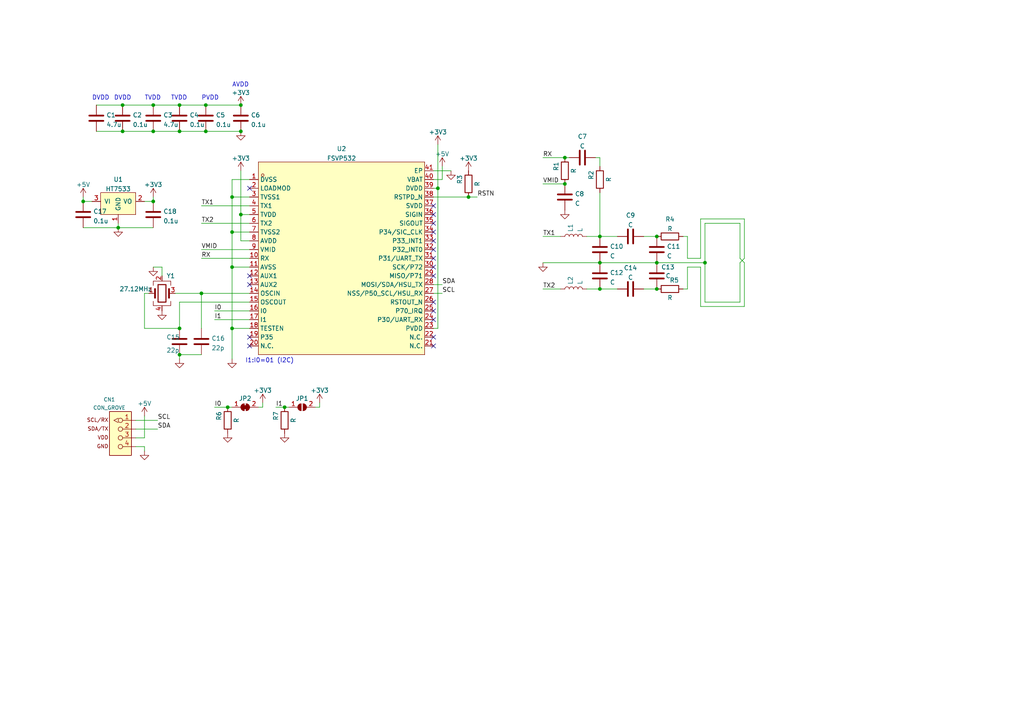
<source format=kicad_sch>
(kicad_sch (version 20211123) (generator eeschema)

  (uuid e63e39d7-6ac0-4ffd-8aa3-1841a4541b55)

  (paper "A4")

  (lib_symbols
    (symbol "Device:C" (pin_numbers hide) (pin_names (offset 0.254)) (in_bom yes) (on_board yes)
      (property "Reference" "C" (id 0) (at 0.635 2.54 0)
        (effects (font (size 1.27 1.27)) (justify left))
      )
      (property "Value" "C" (id 1) (at 0.635 -2.54 0)
        (effects (font (size 1.27 1.27)) (justify left))
      )
      (property "Footprint" "" (id 2) (at 0.9652 -3.81 0)
        (effects (font (size 1.27 1.27)) hide)
      )
      (property "Datasheet" "~" (id 3) (at 0 0 0)
        (effects (font (size 1.27 1.27)) hide)
      )
      (property "ki_keywords" "cap capacitor" (id 4) (at 0 0 0)
        (effects (font (size 1.27 1.27)) hide)
      )
      (property "ki_description" "Unpolarized capacitor" (id 5) (at 0 0 0)
        (effects (font (size 1.27 1.27)) hide)
      )
      (property "ki_fp_filters" "C_*" (id 6) (at 0 0 0)
        (effects (font (size 1.27 1.27)) hide)
      )
      (symbol "C_0_1"
        (polyline
          (pts
            (xy -2.032 -0.762)
            (xy 2.032 -0.762)
          )
          (stroke (width 0.508) (type default) (color 0 0 0 0))
          (fill (type none))
        )
        (polyline
          (pts
            (xy -2.032 0.762)
            (xy 2.032 0.762)
          )
          (stroke (width 0.508) (type default) (color 0 0 0 0))
          (fill (type none))
        )
      )
      (symbol "C_1_1"
        (pin passive line (at 0 3.81 270) (length 2.794)
          (name "~" (effects (font (size 1.27 1.27))))
          (number "1" (effects (font (size 1.27 1.27))))
        )
        (pin passive line (at 0 -3.81 90) (length 2.794)
          (name "~" (effects (font (size 1.27 1.27))))
          (number "2" (effects (font (size 1.27 1.27))))
        )
      )
    )
    (symbol "Device:Crystal_GND24" (pin_names (offset 1.016) hide) (in_bom yes) (on_board yes)
      (property "Reference" "Y" (id 0) (at 3.175 5.08 0)
        (effects (font (size 1.27 1.27)) (justify left))
      )
      (property "Value" "Crystal_GND24" (id 1) (at 3.175 3.175 0)
        (effects (font (size 1.27 1.27)) (justify left))
      )
      (property "Footprint" "" (id 2) (at 0 0 0)
        (effects (font (size 1.27 1.27)) hide)
      )
      (property "Datasheet" "~" (id 3) (at 0 0 0)
        (effects (font (size 1.27 1.27)) hide)
      )
      (property "ki_keywords" "quartz ceramic resonator oscillator" (id 4) (at 0 0 0)
        (effects (font (size 1.27 1.27)) hide)
      )
      (property "ki_description" "Four pin crystal, GND on pins 2 and 4" (id 5) (at 0 0 0)
        (effects (font (size 1.27 1.27)) hide)
      )
      (property "ki_fp_filters" "Crystal*" (id 6) (at 0 0 0)
        (effects (font (size 1.27 1.27)) hide)
      )
      (symbol "Crystal_GND24_0_1"
        (rectangle (start -1.143 2.54) (end 1.143 -2.54)
          (stroke (width 0.3048) (type default) (color 0 0 0 0))
          (fill (type none))
        )
        (polyline
          (pts
            (xy -2.54 0)
            (xy -2.032 0)
          )
          (stroke (width 0) (type default) (color 0 0 0 0))
          (fill (type none))
        )
        (polyline
          (pts
            (xy -2.032 -1.27)
            (xy -2.032 1.27)
          )
          (stroke (width 0.508) (type default) (color 0 0 0 0))
          (fill (type none))
        )
        (polyline
          (pts
            (xy 0 -3.81)
            (xy 0 -3.556)
          )
          (stroke (width 0) (type default) (color 0 0 0 0))
          (fill (type none))
        )
        (polyline
          (pts
            (xy 0 3.556)
            (xy 0 3.81)
          )
          (stroke (width 0) (type default) (color 0 0 0 0))
          (fill (type none))
        )
        (polyline
          (pts
            (xy 2.032 -1.27)
            (xy 2.032 1.27)
          )
          (stroke (width 0.508) (type default) (color 0 0 0 0))
          (fill (type none))
        )
        (polyline
          (pts
            (xy 2.032 0)
            (xy 2.54 0)
          )
          (stroke (width 0) (type default) (color 0 0 0 0))
          (fill (type none))
        )
        (polyline
          (pts
            (xy -2.54 -2.286)
            (xy -2.54 -3.556)
            (xy 2.54 -3.556)
            (xy 2.54 -2.286)
          )
          (stroke (width 0) (type default) (color 0 0 0 0))
          (fill (type none))
        )
        (polyline
          (pts
            (xy -2.54 2.286)
            (xy -2.54 3.556)
            (xy 2.54 3.556)
            (xy 2.54 2.286)
          )
          (stroke (width 0) (type default) (color 0 0 0 0))
          (fill (type none))
        )
      )
      (symbol "Crystal_GND24_1_1"
        (pin passive line (at -3.81 0 0) (length 1.27)
          (name "1" (effects (font (size 1.27 1.27))))
          (number "1" (effects (font (size 1.27 1.27))))
        )
        (pin passive line (at 0 5.08 270) (length 1.27)
          (name "2" (effects (font (size 1.27 1.27))))
          (number "2" (effects (font (size 1.27 1.27))))
        )
        (pin passive line (at 3.81 0 180) (length 1.27)
          (name "3" (effects (font (size 1.27 1.27))))
          (number "3" (effects (font (size 1.27 1.27))))
        )
        (pin passive line (at 0 -5.08 90) (length 1.27)
          (name "4" (effects (font (size 1.27 1.27))))
          (number "4" (effects (font (size 1.27 1.27))))
        )
      )
    )
    (symbol "Device:L" (pin_numbers hide) (pin_names (offset 1.016) hide) (in_bom yes) (on_board yes)
      (property "Reference" "L" (id 0) (at -1.27 0 90)
        (effects (font (size 1.27 1.27)))
      )
      (property "Value" "L" (id 1) (at 1.905 0 90)
        (effects (font (size 1.27 1.27)))
      )
      (property "Footprint" "" (id 2) (at 0 0 0)
        (effects (font (size 1.27 1.27)) hide)
      )
      (property "Datasheet" "~" (id 3) (at 0 0 0)
        (effects (font (size 1.27 1.27)) hide)
      )
      (property "ki_keywords" "inductor choke coil reactor magnetic" (id 4) (at 0 0 0)
        (effects (font (size 1.27 1.27)) hide)
      )
      (property "ki_description" "Inductor" (id 5) (at 0 0 0)
        (effects (font (size 1.27 1.27)) hide)
      )
      (property "ki_fp_filters" "Choke_* *Coil* Inductor_* L_*" (id 6) (at 0 0 0)
        (effects (font (size 1.27 1.27)) hide)
      )
      (symbol "L_0_1"
        (arc (start 0 -2.54) (mid 0.635 -1.905) (end 0 -1.27)
          (stroke (width 0) (type default) (color 0 0 0 0))
          (fill (type none))
        )
        (arc (start 0 -1.27) (mid 0.635 -0.635) (end 0 0)
          (stroke (width 0) (type default) (color 0 0 0 0))
          (fill (type none))
        )
        (arc (start 0 0) (mid 0.635 0.635) (end 0 1.27)
          (stroke (width 0) (type default) (color 0 0 0 0))
          (fill (type none))
        )
        (arc (start 0 1.27) (mid 0.635 1.905) (end 0 2.54)
          (stroke (width 0) (type default) (color 0 0 0 0))
          (fill (type none))
        )
      )
      (symbol "L_1_1"
        (pin passive line (at 0 3.81 270) (length 1.27)
          (name "1" (effects (font (size 1.27 1.27))))
          (number "1" (effects (font (size 1.27 1.27))))
        )
        (pin passive line (at 0 -3.81 90) (length 1.27)
          (name "2" (effects (font (size 1.27 1.27))))
          (number "2" (effects (font (size 1.27 1.27))))
        )
      )
    )
    (symbol "Device:R" (pin_numbers hide) (pin_names (offset 0)) (in_bom yes) (on_board yes)
      (property "Reference" "R" (id 0) (at 2.032 0 90)
        (effects (font (size 1.27 1.27)))
      )
      (property "Value" "R" (id 1) (at 0 0 90)
        (effects (font (size 1.27 1.27)))
      )
      (property "Footprint" "" (id 2) (at -1.778 0 90)
        (effects (font (size 1.27 1.27)) hide)
      )
      (property "Datasheet" "~" (id 3) (at 0 0 0)
        (effects (font (size 1.27 1.27)) hide)
      )
      (property "ki_keywords" "R res resistor" (id 4) (at 0 0 0)
        (effects (font (size 1.27 1.27)) hide)
      )
      (property "ki_description" "Resistor" (id 5) (at 0 0 0)
        (effects (font (size 1.27 1.27)) hide)
      )
      (property "ki_fp_filters" "R_*" (id 6) (at 0 0 0)
        (effects (font (size 1.27 1.27)) hide)
      )
      (symbol "R_0_1"
        (rectangle (start -1.016 -2.54) (end 1.016 2.54)
          (stroke (width 0.254) (type default) (color 0 0 0 0))
          (fill (type none))
        )
      )
      (symbol "R_1_1"
        (pin passive line (at 0 3.81 270) (length 1.27)
          (name "~" (effects (font (size 1.27 1.27))))
          (number "1" (effects (font (size 1.27 1.27))))
        )
        (pin passive line (at 0 -3.81 90) (length 1.27)
          (name "~" (effects (font (size 1.27 1.27))))
          (number "2" (effects (font (size 1.27 1.27))))
        )
      )
    )
    (symbol "Jumper:SolderJumper_2_Bridged" (pin_names (offset 0) hide) (in_bom yes) (on_board yes)
      (property "Reference" "JP" (id 0) (at 0 2.032 0)
        (effects (font (size 1.27 1.27)))
      )
      (property "Value" "SolderJumper_2_Bridged" (id 1) (at 0 -2.54 0)
        (effects (font (size 1.27 1.27)))
      )
      (property "Footprint" "" (id 2) (at 0 0 0)
        (effects (font (size 1.27 1.27)) hide)
      )
      (property "Datasheet" "~" (id 3) (at 0 0 0)
        (effects (font (size 1.27 1.27)) hide)
      )
      (property "ki_keywords" "solder jumper SPST" (id 4) (at 0 0 0)
        (effects (font (size 1.27 1.27)) hide)
      )
      (property "ki_description" "Solder Jumper, 2-pole, closed/bridged" (id 5) (at 0 0 0)
        (effects (font (size 1.27 1.27)) hide)
      )
      (property "ki_fp_filters" "SolderJumper*Bridged*" (id 6) (at 0 0 0)
        (effects (font (size 1.27 1.27)) hide)
      )
      (symbol "SolderJumper_2_Bridged_0_1"
        (rectangle (start -0.508 0.508) (end 0.508 -0.508)
          (stroke (width 0) (type default) (color 0 0 0 0))
          (fill (type outline))
        )
        (arc (start -0.254 1.016) (mid -1.27 0) (end -0.254 -1.016)
          (stroke (width 0) (type default) (color 0 0 0 0))
          (fill (type none))
        )
        (arc (start -0.254 1.016) (mid -1.27 0) (end -0.254 -1.016)
          (stroke (width 0) (type default) (color 0 0 0 0))
          (fill (type outline))
        )
        (polyline
          (pts
            (xy -0.254 1.016)
            (xy -0.254 -1.016)
          )
          (stroke (width 0) (type default) (color 0 0 0 0))
          (fill (type none))
        )
        (polyline
          (pts
            (xy 0.254 1.016)
            (xy 0.254 -1.016)
          )
          (stroke (width 0) (type default) (color 0 0 0 0))
          (fill (type none))
        )
        (arc (start 0.254 -1.016) (mid 1.27 0) (end 0.254 1.016)
          (stroke (width 0) (type default) (color 0 0 0 0))
          (fill (type none))
        )
        (arc (start 0.254 -1.016) (mid 1.27 0) (end 0.254 1.016)
          (stroke (width 0) (type default) (color 0 0 0 0))
          (fill (type outline))
        )
      )
      (symbol "SolderJumper_2_Bridged_1_1"
        (pin passive line (at -3.81 0 0) (length 2.54)
          (name "A" (effects (font (size 1.27 1.27))))
          (number "1" (effects (font (size 1.27 1.27))))
        )
        (pin passive line (at 3.81 0 180) (length 2.54)
          (name "B" (effects (font (size 1.27 1.27))))
          (number "2" (effects (font (size 1.27 1.27))))
        )
      )
    )
    (symbol "Jumper:SolderJumper_2_Open" (pin_names (offset 0) hide) (in_bom yes) (on_board yes)
      (property "Reference" "JP" (id 0) (at 0 2.032 0)
        (effects (font (size 1.27 1.27)))
      )
      (property "Value" "SolderJumper_2_Open" (id 1) (at 0 -2.54 0)
        (effects (font (size 1.27 1.27)))
      )
      (property "Footprint" "" (id 2) (at 0 0 0)
        (effects (font (size 1.27 1.27)) hide)
      )
      (property "Datasheet" "~" (id 3) (at 0 0 0)
        (effects (font (size 1.27 1.27)) hide)
      )
      (property "ki_keywords" "solder jumper SPST" (id 4) (at 0 0 0)
        (effects (font (size 1.27 1.27)) hide)
      )
      (property "ki_description" "Solder Jumper, 2-pole, open" (id 5) (at 0 0 0)
        (effects (font (size 1.27 1.27)) hide)
      )
      (property "ki_fp_filters" "SolderJumper*Open*" (id 6) (at 0 0 0)
        (effects (font (size 1.27 1.27)) hide)
      )
      (symbol "SolderJumper_2_Open_0_1"
        (arc (start -0.254 1.016) (mid -1.27 0) (end -0.254 -1.016)
          (stroke (width 0) (type default) (color 0 0 0 0))
          (fill (type none))
        )
        (arc (start -0.254 1.016) (mid -1.27 0) (end -0.254 -1.016)
          (stroke (width 0) (type default) (color 0 0 0 0))
          (fill (type outline))
        )
        (polyline
          (pts
            (xy -0.254 1.016)
            (xy -0.254 -1.016)
          )
          (stroke (width 0) (type default) (color 0 0 0 0))
          (fill (type none))
        )
        (polyline
          (pts
            (xy 0.254 1.016)
            (xy 0.254 -1.016)
          )
          (stroke (width 0) (type default) (color 0 0 0 0))
          (fill (type none))
        )
        (arc (start 0.254 -1.016) (mid 1.27 0) (end 0.254 1.016)
          (stroke (width 0) (type default) (color 0 0 0 0))
          (fill (type none))
        )
        (arc (start 0.254 -1.016) (mid 1.27 0) (end 0.254 1.016)
          (stroke (width 0) (type default) (color 0 0 0 0))
          (fill (type outline))
        )
      )
      (symbol "SolderJumper_2_Open_1_1"
        (pin passive line (at -3.81 0 0) (length 2.54)
          (name "A" (effects (font (size 1.27 1.27))))
          (number "1" (effects (font (size 1.27 1.27))))
        )
        (pin passive line (at 3.81 0 180) (length 2.54)
          (name "B" (effects (font (size 1.27 1.27))))
          (number "2" (effects (font (size 1.27 1.27))))
        )
      )
    )
    (symbol "akita:CON_GROVE" (pin_names (offset 1.016)) (in_bom yes) (on_board yes)
      (property "Reference" "CN" (id 0) (at 0 3.81 0)
        (effects (font (size 1.0668 1.0668)) (justify left bottom))
      )
      (property "Value" "CON_GROVE" (id 1) (at 3.81 -5.08 90)
        (effects (font (size 1.0668 1.0668)) (justify left bottom))
      )
      (property "Footprint" "" (id 2) (at 0 0 0)
        (effects (font (size 1.27 1.27)) hide)
      )
      (property "Datasheet" "" (id 3) (at 0 0 0)
        (effects (font (size 1.27 1.27)) hide)
      )
      (property "ki_locked" "" (id 4) (at 0 0 0)
        (effects (font (size 1.27 1.27)))
      )
      (symbol "CON_GROVE_1_0"
        (text "GND" (at 5.334 -5.588 0)
          (effects (font (size 1.0668 1.0668)) (justify left bottom))
        )
        (text "SCL/RX" (at 5.334 2.032 0)
          (effects (font (size 1.0668 1.0668)) (justify left bottom))
        )
        (text "SDA/TX" (at 5.334 -0.508 0)
          (effects (font (size 1.0668 1.0668)) (justify left bottom))
        )
        (text "VDD" (at 5.334 -3.048 0)
          (effects (font (size 1.0668 1.0668)) (justify left bottom))
        )
        (pin bidirectional inverted_clock (at -2.54 2.54 0) (length 5.08)
          (name "1" (effects (font (size 0 0))))
          (number "1" (effects (font (size 1.27 1.27))))
        )
        (pin bidirectional inverted (at -2.54 0 0) (length 5.08)
          (name "2" (effects (font (size 0 0))))
          (number "2" (effects (font (size 1.27 1.27))))
        )
        (pin bidirectional inverted (at -2.54 -2.54 0) (length 5.08)
          (name "3" (effects (font (size 0 0))))
          (number "3" (effects (font (size 1.27 1.27))))
        )
        (pin bidirectional inverted (at -2.54 -5.08 0) (length 5.08)
          (name "4" (effects (font (size 0 0))))
          (number "4" (effects (font (size 1.27 1.27))))
        )
      )
      (symbol "CON_GROVE_1_1"
        (rectangle (start -1.27 5.08) (end 5.08 -7.62)
          (stroke (width 0.2032) (type default) (color 0 0 0 0))
          (fill (type background))
        )
      )
    )
    (symbol "akita:LDO_3p_GOI" (pin_names (offset 1.016)) (in_bom yes) (on_board yes)
      (property "Reference" "U" (id 0) (at 2.54 5.08 0)
        (effects (font (size 1.27 1.27)))
      )
      (property "Value" "LDO_3p_GOI" (id 1) (at 6.35 -3.81 0)
        (effects (font (size 1.27 1.27)))
      )
      (property "Footprint" "" (id 2) (at 0 0 0)
        (effects (font (size 1.27 1.27)) hide)
      )
      (property "Datasheet" "" (id 3) (at 0 0 0)
        (effects (font (size 1.27 1.27)) hide)
      )
      (symbol "LDO_3p_GOI_0_1"
        (rectangle (start -5.08 3.81) (end 5.08 -2.54)
          (stroke (width 0) (type default) (color 0 0 0 0))
          (fill (type background))
        )
      )
      (symbol "LDO_3p_GOI_1_1"
        (pin passive line (at 0 -5.08 90) (length 2.54)
          (name "GND" (effects (font (size 1.27 1.27))))
          (number "1" (effects (font (size 1.27 1.27))))
        )
        (pin power_out line (at 7.62 1.27 180) (length 2.54)
          (name "VO" (effects (font (size 1.27 1.27))))
          (number "2" (effects (font (size 1.27 1.27))))
        )
        (pin power_in line (at -7.62 1.27 0) (length 2.54)
          (name "VI" (effects (font (size 1.27 1.27))))
          (number "3" (effects (font (size 1.27 1.27))))
        )
      )
    )
    (symbol "libLCSC:FSVP532" (in_bom yes) (on_board yes)
      (property "Reference" "U" (id 0) (at 0 30.48 0)
        (effects (font (size 1.27 1.27)))
      )
      (property "Value" "FSVP532" (id 1) (at 0 -30.48 0)
        (effects (font (size 1.27 1.27)))
      )
      (property "Footprint" "libLCSC:QFN-40_L6.0-W6.0-P0.50-TL-EP4.4" (id 2) (at 0 -33.02 0)
        (effects (font (size 1.27 1.27)) hide)
      )
      (property "Datasheet" "" (id 3) (at 0 0 0)
        (effects (font (size 1.27 1.27)) hide)
      )
      (property "LCSC Part" "C5336464" (id 4) (at 0 -35.56 0)
        (effects (font (size 1.27 1.27)) hide)
      )
      (symbol "FSVP532_0_1"
        (rectangle (start -24.13 27.94) (end 24.13 -27.94)
          (stroke (width 0) (type default) (color 0 0 0 0))
          (fill (type background))
        )
        (circle (center -22.86 24.13) (radius 0.38)
          (stroke (width 0) (type default) (color 0 0 0 0))
          (fill (type none))
        )
        (pin unspecified line (at -26.67 22.86 0) (length 2.54)
          (name "DVSS" (effects (font (size 1.27 1.27))))
          (number "1" (effects (font (size 1.27 1.27))))
        )
        (pin unspecified line (at -26.67 0 0) (length 2.54)
          (name "RX" (effects (font (size 1.27 1.27))))
          (number "10" (effects (font (size 1.27 1.27))))
        )
        (pin unspecified line (at -26.67 -2.54 0) (length 2.54)
          (name "AVSS" (effects (font (size 1.27 1.27))))
          (number "11" (effects (font (size 1.27 1.27))))
        )
        (pin unspecified line (at -26.67 -5.08 0) (length 2.54)
          (name "AUX1" (effects (font (size 1.27 1.27))))
          (number "12" (effects (font (size 1.27 1.27))))
        )
        (pin unspecified line (at -26.67 -7.62 0) (length 2.54)
          (name "AUX2" (effects (font (size 1.27 1.27))))
          (number "13" (effects (font (size 1.27 1.27))))
        )
        (pin unspecified line (at -26.67 -10.16 0) (length 2.54)
          (name "OSCIN" (effects (font (size 1.27 1.27))))
          (number "14" (effects (font (size 1.27 1.27))))
        )
        (pin unspecified line (at -26.67 -12.7 0) (length 2.54)
          (name "OSCOUT" (effects (font (size 1.27 1.27))))
          (number "15" (effects (font (size 1.27 1.27))))
        )
        (pin unspecified line (at -26.67 -15.24 0) (length 2.54)
          (name "I0" (effects (font (size 1.27 1.27))))
          (number "16" (effects (font (size 1.27 1.27))))
        )
        (pin unspecified line (at -26.67 -17.78 0) (length 2.54)
          (name "I1" (effects (font (size 1.27 1.27))))
          (number "17" (effects (font (size 1.27 1.27))))
        )
        (pin unspecified line (at -26.67 -20.32 0) (length 2.54)
          (name "TESTEN" (effects (font (size 1.27 1.27))))
          (number "18" (effects (font (size 1.27 1.27))))
        )
        (pin unspecified line (at -26.67 -22.86 0) (length 2.54)
          (name "P35" (effects (font (size 1.27 1.27))))
          (number "19" (effects (font (size 1.27 1.27))))
        )
        (pin unspecified line (at -26.67 20.32 0) (length 2.54)
          (name "LOADMOD" (effects (font (size 1.27 1.27))))
          (number "2" (effects (font (size 1.27 1.27))))
        )
        (pin unspecified line (at -26.67 -25.4 0) (length 2.54)
          (name "N.C." (effects (font (size 1.27 1.27))))
          (number "20" (effects (font (size 1.27 1.27))))
        )
        (pin unspecified line (at 26.67 -25.4 180) (length 2.54)
          (name "N.C." (effects (font (size 1.27 1.27))))
          (number "21" (effects (font (size 1.27 1.27))))
        )
        (pin unspecified line (at 26.67 -22.86 180) (length 2.54)
          (name "N.C." (effects (font (size 1.27 1.27))))
          (number "22" (effects (font (size 1.27 1.27))))
        )
        (pin unspecified line (at 26.67 -20.32 180) (length 2.54)
          (name "PVDD" (effects (font (size 1.27 1.27))))
          (number "23" (effects (font (size 1.27 1.27))))
        )
        (pin unspecified line (at 26.67 -17.78 180) (length 2.54)
          (name "P30/UART_RX" (effects (font (size 1.27 1.27))))
          (number "24" (effects (font (size 1.27 1.27))))
        )
        (pin unspecified line (at 26.67 -15.24 180) (length 2.54)
          (name "P70_IRQ" (effects (font (size 1.27 1.27))))
          (number "25" (effects (font (size 1.27 1.27))))
        )
        (pin unspecified line (at 26.67 -12.7 180) (length 2.54)
          (name "RSTOUT_N" (effects (font (size 1.27 1.27))))
          (number "26" (effects (font (size 1.27 1.27))))
        )
        (pin unspecified line (at 26.67 -10.16 180) (length 2.54)
          (name "NSS/P50_SCL/HSU_RX" (effects (font (size 1.27 1.27))))
          (number "27" (effects (font (size 1.27 1.27))))
        )
        (pin unspecified line (at 26.67 -7.62 180) (length 2.54)
          (name "MOSI/SDA/HSU_TX" (effects (font (size 1.27 1.27))))
          (number "28" (effects (font (size 1.27 1.27))))
        )
        (pin unspecified line (at 26.67 -5.08 180) (length 2.54)
          (name "MISO/P71" (effects (font (size 1.27 1.27))))
          (number "29" (effects (font (size 1.27 1.27))))
        )
        (pin unspecified line (at -26.67 17.78 0) (length 2.54)
          (name "TVSS1" (effects (font (size 1.27 1.27))))
          (number "3" (effects (font (size 1.27 1.27))))
        )
        (pin unspecified line (at 26.67 -2.54 180) (length 2.54)
          (name "SCK/P72" (effects (font (size 1.27 1.27))))
          (number "30" (effects (font (size 1.27 1.27))))
        )
        (pin unspecified line (at 26.67 0 180) (length 2.54)
          (name "P31/UART_TX" (effects (font (size 1.27 1.27))))
          (number "31" (effects (font (size 1.27 1.27))))
        )
        (pin unspecified line (at 26.67 2.54 180) (length 2.54)
          (name "P32_INT0" (effects (font (size 1.27 1.27))))
          (number "32" (effects (font (size 1.27 1.27))))
        )
        (pin unspecified line (at 26.67 5.08 180) (length 2.54)
          (name "P33_INT1" (effects (font (size 1.27 1.27))))
          (number "33" (effects (font (size 1.27 1.27))))
        )
        (pin unspecified line (at 26.67 7.62 180) (length 2.54)
          (name "P34/SIC_CLK" (effects (font (size 1.27 1.27))))
          (number "34" (effects (font (size 1.27 1.27))))
        )
        (pin unspecified line (at 26.67 10.16 180) (length 2.54)
          (name "SIGOUT" (effects (font (size 1.27 1.27))))
          (number "35" (effects (font (size 1.27 1.27))))
        )
        (pin unspecified line (at 26.67 12.7 180) (length 2.54)
          (name "SIGIN" (effects (font (size 1.27 1.27))))
          (number "36" (effects (font (size 1.27 1.27))))
        )
        (pin unspecified line (at 26.67 15.24 180) (length 2.54)
          (name "SVDD" (effects (font (size 1.27 1.27))))
          (number "37" (effects (font (size 1.27 1.27))))
        )
        (pin unspecified line (at 26.67 17.78 180) (length 2.54)
          (name "RSTPD_N" (effects (font (size 1.27 1.27))))
          (number "38" (effects (font (size 1.27 1.27))))
        )
        (pin unspecified line (at 26.67 20.32 180) (length 2.54)
          (name "DVDD" (effects (font (size 1.27 1.27))))
          (number "39" (effects (font (size 1.27 1.27))))
        )
        (pin unspecified line (at -26.67 15.24 0) (length 2.54)
          (name "TX1" (effects (font (size 1.27 1.27))))
          (number "4" (effects (font (size 1.27 1.27))))
        )
        (pin unspecified line (at 26.67 22.86 180) (length 2.54)
          (name "VBAT" (effects (font (size 1.27 1.27))))
          (number "40" (effects (font (size 1.27 1.27))))
        )
        (pin unspecified line (at 26.67 25.4 180) (length 2.54)
          (name "EP" (effects (font (size 1.27 1.27))))
          (number "41" (effects (font (size 1.27 1.27))))
        )
        (pin unspecified line (at -26.67 12.7 0) (length 2.54)
          (name "TVDD" (effects (font (size 1.27 1.27))))
          (number "5" (effects (font (size 1.27 1.27))))
        )
        (pin unspecified line (at -26.67 10.16 0) (length 2.54)
          (name "TX2" (effects (font (size 1.27 1.27))))
          (number "6" (effects (font (size 1.27 1.27))))
        )
        (pin unspecified line (at -26.67 7.62 0) (length 2.54)
          (name "TVSS2" (effects (font (size 1.27 1.27))))
          (number "7" (effects (font (size 1.27 1.27))))
        )
        (pin unspecified line (at -26.67 5.08 0) (length 2.54)
          (name "AVDD" (effects (font (size 1.27 1.27))))
          (number "8" (effects (font (size 1.27 1.27))))
        )
        (pin unspecified line (at -26.67 2.54 0) (length 2.54)
          (name "VMID" (effects (font (size 1.27 1.27))))
          (number "9" (effects (font (size 1.27 1.27))))
        )
      )
    )
    (symbol "power:+3V3" (power) (pin_names (offset 0)) (in_bom yes) (on_board yes)
      (property "Reference" "#PWR" (id 0) (at 0 -3.81 0)
        (effects (font (size 1.27 1.27)) hide)
      )
      (property "Value" "+3V3" (id 1) (at 0 3.556 0)
        (effects (font (size 1.27 1.27)))
      )
      (property "Footprint" "" (id 2) (at 0 0 0)
        (effects (font (size 1.27 1.27)) hide)
      )
      (property "Datasheet" "" (id 3) (at 0 0 0)
        (effects (font (size 1.27 1.27)) hide)
      )
      (property "ki_keywords" "power-flag" (id 4) (at 0 0 0)
        (effects (font (size 1.27 1.27)) hide)
      )
      (property "ki_description" "Power symbol creates a global label with name \"+3V3\"" (id 5) (at 0 0 0)
        (effects (font (size 1.27 1.27)) hide)
      )
      (symbol "+3V3_0_1"
        (polyline
          (pts
            (xy -0.762 1.27)
            (xy 0 2.54)
          )
          (stroke (width 0) (type default) (color 0 0 0 0))
          (fill (type none))
        )
        (polyline
          (pts
            (xy 0 0)
            (xy 0 2.54)
          )
          (stroke (width 0) (type default) (color 0 0 0 0))
          (fill (type none))
        )
        (polyline
          (pts
            (xy 0 2.54)
            (xy 0.762 1.27)
          )
          (stroke (width 0) (type default) (color 0 0 0 0))
          (fill (type none))
        )
      )
      (symbol "+3V3_1_1"
        (pin power_in line (at 0 0 90) (length 0) hide
          (name "+3V3" (effects (font (size 1.27 1.27))))
          (number "1" (effects (font (size 1.27 1.27))))
        )
      )
    )
    (symbol "power:+5V" (power) (pin_names (offset 0)) (in_bom yes) (on_board yes)
      (property "Reference" "#PWR" (id 0) (at 0 -3.81 0)
        (effects (font (size 1.27 1.27)) hide)
      )
      (property "Value" "+5V" (id 1) (at 0 3.556 0)
        (effects (font (size 1.27 1.27)))
      )
      (property "Footprint" "" (id 2) (at 0 0 0)
        (effects (font (size 1.27 1.27)) hide)
      )
      (property "Datasheet" "" (id 3) (at 0 0 0)
        (effects (font (size 1.27 1.27)) hide)
      )
      (property "ki_keywords" "power-flag" (id 4) (at 0 0 0)
        (effects (font (size 1.27 1.27)) hide)
      )
      (property "ki_description" "Power symbol creates a global label with name \"+5V\"" (id 5) (at 0 0 0)
        (effects (font (size 1.27 1.27)) hide)
      )
      (symbol "+5V_0_1"
        (polyline
          (pts
            (xy -0.762 1.27)
            (xy 0 2.54)
          )
          (stroke (width 0) (type default) (color 0 0 0 0))
          (fill (type none))
        )
        (polyline
          (pts
            (xy 0 0)
            (xy 0 2.54)
          )
          (stroke (width 0) (type default) (color 0 0 0 0))
          (fill (type none))
        )
        (polyline
          (pts
            (xy 0 2.54)
            (xy 0.762 1.27)
          )
          (stroke (width 0) (type default) (color 0 0 0 0))
          (fill (type none))
        )
      )
      (symbol "+5V_1_1"
        (pin power_in line (at 0 0 90) (length 0) hide
          (name "+5V" (effects (font (size 1.27 1.27))))
          (number "1" (effects (font (size 1.27 1.27))))
        )
      )
    )
    (symbol "power:GND" (power) (pin_names (offset 0)) (in_bom yes) (on_board yes)
      (property "Reference" "#PWR" (id 0) (at 0 -6.35 0)
        (effects (font (size 1.27 1.27)) hide)
      )
      (property "Value" "GND" (id 1) (at 0 -3.81 0)
        (effects (font (size 1.27 1.27)))
      )
      (property "Footprint" "" (id 2) (at 0 0 0)
        (effects (font (size 1.27 1.27)) hide)
      )
      (property "Datasheet" "" (id 3) (at 0 0 0)
        (effects (font (size 1.27 1.27)) hide)
      )
      (property "ki_keywords" "power-flag" (id 4) (at 0 0 0)
        (effects (font (size 1.27 1.27)) hide)
      )
      (property "ki_description" "Power symbol creates a global label with name \"GND\" , ground" (id 5) (at 0 0 0)
        (effects (font (size 1.27 1.27)) hide)
      )
      (symbol "GND_0_1"
        (polyline
          (pts
            (xy 0 0)
            (xy 0 -1.27)
            (xy 1.27 -1.27)
            (xy 0 -2.54)
            (xy -1.27 -1.27)
            (xy 0 -1.27)
          )
          (stroke (width 0) (type default) (color 0 0 0 0))
          (fill (type none))
        )
      )
      (symbol "GND_1_1"
        (pin power_in line (at 0 0 270) (length 0) hide
          (name "GND" (effects (font (size 1.27 1.27))))
          (number "1" (effects (font (size 1.27 1.27))))
        )
      )
    )
  )

  (junction (at 44.45 30.48) (diameter 0) (color 0 0 0 0)
    (uuid 0fb3f3f9-7d59-4097-b426-e4fd72b81556)
  )
  (junction (at 173.99 68.58) (diameter 0) (color 0 0 0 0)
    (uuid 11e43be2-9e54-41ba-931e-b30f690e061d)
  )
  (junction (at 66.04 118.11) (diameter 0) (color 0 0 0 0)
    (uuid 16447feb-1df0-4f77-b523-c5082f55ecf4)
  )
  (junction (at 44.45 38.1) (diameter 0) (color 0 0 0 0)
    (uuid 1b599631-6233-4447-ae49-5574de9f7cf1)
  )
  (junction (at 35.56 30.48) (diameter 0) (color 0 0 0 0)
    (uuid 1f811067-a7b0-43e1-ab5b-ce68ae6e71d7)
  )
  (junction (at 135.89 57.15) (diameter 0) (color 0 0 0 0)
    (uuid 2015fc86-b83b-4239-ac3d-f223b7a09c8e)
  )
  (junction (at 163.83 53.34) (diameter 0) (color 0 0 0 0)
    (uuid 2e8f14ae-94cf-41b7-80a6-77c8a43150c7)
  )
  (junction (at 52.07 95.25) (diameter 0) (color 0 0 0 0)
    (uuid 39d36a00-20d7-47e3-bc21-ceebe92ba2b3)
  )
  (junction (at 69.85 62.23) (diameter 0) (color 0 0 0 0)
    (uuid 46e9120a-0730-4b51-8cfb-4588c3cc44d4)
  )
  (junction (at 190.5 83.82) (diameter 0) (color 0 0 0 0)
    (uuid 48b7cea9-dd61-45d0-8286-dd575edfb486)
  )
  (junction (at 59.69 38.1) (diameter 0) (color 0 0 0 0)
    (uuid 53b3faa8-4b18-4cb6-b031-b3b19e19893a)
  )
  (junction (at 67.31 67.31) (diameter 0) (color 0 0 0 0)
    (uuid 5bc38e9d-7f95-4e22-aff2-4bcc417c5a53)
  )
  (junction (at 67.31 77.47) (diameter 0) (color 0 0 0 0)
    (uuid 60c3b4d0-d09c-4eeb-ac93-983fae796986)
  )
  (junction (at 173.99 76.2) (diameter 0) (color 0 0 0 0)
    (uuid 85a075dd-835d-4ebb-9f84-580e821f1e9c)
  )
  (junction (at 52.07 30.48) (diameter 0) (color 0 0 0 0)
    (uuid 8708c1a2-745d-4683-ab22-4253b25110c1)
  )
  (junction (at 163.83 45.72) (diameter 0) (color 0 0 0 0)
    (uuid 8d30e21f-00ff-48d1-a02d-0b119bfe49ee)
  )
  (junction (at 44.45 58.42) (diameter 0) (color 0 0 0 0)
    (uuid 8d9e91e1-2c76-4b73-bc8f-873dd5a20218)
  )
  (junction (at 52.07 102.87) (diameter 0) (color 0 0 0 0)
    (uuid 98af56f1-52e1-4f70-a5e2-1917c2392f5e)
  )
  (junction (at 58.42 85.09) (diameter 0) (color 0 0 0 0)
    (uuid 9b1f70b6-08e0-47c6-b442-1168bb29d35a)
  )
  (junction (at 67.31 57.15) (diameter 0) (color 0 0 0 0)
    (uuid 9d8d356d-5147-42fc-b4a8-8b8739cc1998)
  )
  (junction (at 69.85 30.48) (diameter 0) (color 0 0 0 0)
    (uuid a8237532-a55a-405a-9b87-49d9c590e542)
  )
  (junction (at 34.29 66.04) (diameter 0) (color 0 0 0 0)
    (uuid b1c9a7ba-ff17-46a8-9159-2d8d346a2e08)
  )
  (junction (at 127 54.61) (diameter 0) (color 0 0 0 0)
    (uuid b338ee14-7603-4629-bd10-3076d421df12)
  )
  (junction (at 69.85 38.1) (diameter 0) (color 0 0 0 0)
    (uuid b5e1a9e0-355c-4075-915c-810481b787c4)
  )
  (junction (at 190.5 76.2) (diameter 0) (color 0 0 0 0)
    (uuid b9acf411-3282-4994-91d5-0e250d10f141)
  )
  (junction (at 204.47 76.2) (diameter 0) (color 0 0 0 0)
    (uuid bc4cd2bb-1135-407b-818e-c7b4cefad301)
  )
  (junction (at 173.99 83.82) (diameter 0) (color 0 0 0 0)
    (uuid ca1edcf1-79e0-4375-9c85-feb93ed8817d)
  )
  (junction (at 52.07 38.1) (diameter 0) (color 0 0 0 0)
    (uuid cb4d20b8-62c6-449b-a3ec-13e950ca4825)
  )
  (junction (at 24.13 58.42) (diameter 0) (color 0 0 0 0)
    (uuid db46d6ed-bf81-42ac-a5f5-51823a5b0e68)
  )
  (junction (at 82.55 118.11) (diameter 0) (color 0 0 0 0)
    (uuid dccfe5ba-aa37-49e0-86a6-b4b4b45cf377)
  )
  (junction (at 35.56 38.1) (diameter 0) (color 0 0 0 0)
    (uuid ded27924-cdf0-41b4-89ee-098c5d09cf1b)
  )
  (junction (at 59.69 30.48) (diameter 0) (color 0 0 0 0)
    (uuid f0889cab-1d25-4eac-80d3-7061032bbaa5)
  )
  (junction (at 67.31 95.25) (diameter 0) (color 0 0 0 0)
    (uuid f4b8f02a-08e4-4f9d-baa1-f0ea8ffdac77)
  )
  (junction (at 190.5 68.58) (diameter 0) (color 0 0 0 0)
    (uuid fa36cd70-9e02-4e45-8a7e-ceade9acfca3)
  )

  (no_connect (at 125.73 67.31) (uuid 0832e8d1-2b4a-489d-b6e9-6eeaf7ee2b9d))
  (no_connect (at 125.73 97.79) (uuid 0b688bfc-bb78-4992-b42e-1fdce267bc01))
  (no_connect (at 125.73 59.69) (uuid 0b88085b-1054-4318-9dcf-e65c23b74dae))
  (no_connect (at 72.39 80.01) (uuid 1baea424-4061-463e-b4ed-4babac2b85e6))
  (no_connect (at 125.73 90.17) (uuid 24a3e5e1-c9e8-49de-b670-12530859474f))
  (no_connect (at 72.39 82.55) (uuid 44ad711b-4ee2-4780-953d-39ab337a2d0c))
  (no_connect (at 72.39 54.61) (uuid 56c341ee-5ad2-4fc9-96e3-57a7de798377))
  (no_connect (at 125.73 100.33) (uuid 612eb58c-a67e-47ba-a7da-b992b9003a70))
  (no_connect (at 125.73 62.23) (uuid 7d5e7b11-aa85-43ad-8cf4-f6e8444d16c8))
  (no_connect (at 125.73 87.63) (uuid 9110d01e-a75d-4183-a110-edd908967eb2))
  (no_connect (at 125.73 92.71) (uuid a5222c02-b726-41de-b0a6-5b1fd0971e78))
  (no_connect (at 125.73 80.01) (uuid a5222c02-b726-41de-b0a6-5b1fd0971e79))
  (no_connect (at 72.39 97.79) (uuid c94cc5af-7f88-4af7-8794-8c7301b28b19))
  (no_connect (at 72.39 100.33) (uuid cc47dd56-aec8-4bd1-b48c-d2f8e25ac74b))
  (no_connect (at 125.73 77.47) (uuid cedf62e0-9253-496c-9a2d-178a44471b7c))
  (no_connect (at 125.73 69.85) (uuid cee89be6-9239-4f7a-846e-6cfc986324a2))
  (no_connect (at 125.73 64.77) (uuid e640dcdd-237f-48af-b3ed-01a80cca2f49))
  (no_connect (at 125.73 74.93) (uuid f1ae2bb2-f3f3-4482-a57d-f45b8148892e))
  (no_connect (at 125.73 72.39) (uuid f8a5182c-b318-4c2d-8de2-23049026673a))

  (wire (pts (xy 39.37 121.92) (xy 45.72 121.92))
    (stroke (width 0) (type default) (color 0 0 0 0))
    (uuid 001057ce-186a-458c-93e5-a6d8479d28a0)
  )
  (wire (pts (xy 214.63 64.77) (xy 214.63 74.93))
    (stroke (width 0) (type default) (color 0 0 0 0))
    (uuid 013aed24-1568-4311-b74c-5f92028250ba)
  )
  (wire (pts (xy 72.39 52.07) (xy 67.31 52.07))
    (stroke (width 0) (type default) (color 0 0 0 0))
    (uuid 0151daae-bc47-4e77-8eff-33cbc213a53e)
  )
  (wire (pts (xy 35.56 30.48) (xy 44.45 30.48))
    (stroke (width 0) (type default) (color 0 0 0 0))
    (uuid 019b2edc-51ea-4270-80cb-c12dd9a84364)
  )
  (wire (pts (xy 67.31 95.25) (xy 72.39 95.25))
    (stroke (width 0) (type default) (color 0 0 0 0))
    (uuid 01d12606-81f1-4831-b96f-2db1e87d879a)
  )
  (wire (pts (xy 66.04 118.11) (xy 67.31 118.11))
    (stroke (width 0) (type default) (color 0 0 0 0))
    (uuid 035b69b4-a800-47ae-973b-95167d0c018a)
  )
  (wire (pts (xy 62.23 92.71) (xy 72.39 92.71))
    (stroke (width 0) (type default) (color 0 0 0 0))
    (uuid 061d72db-0fb0-41a6-80e3-48585b5ee070)
  )
  (wire (pts (xy 157.48 68.58) (xy 162.56 68.58))
    (stroke (width 0) (type default) (color 0 0 0 0))
    (uuid 098d6595-86fe-4bf5-9349-cc0a925aed86)
  )
  (wire (pts (xy 125.73 52.07) (xy 128.27 52.07))
    (stroke (width 0) (type default) (color 0 0 0 0))
    (uuid 0c3fd3c0-f526-4210-95b1-f626f23c578e)
  )
  (wire (pts (xy 52.07 87.63) (xy 52.07 95.25))
    (stroke (width 0) (type default) (color 0 0 0 0))
    (uuid 0ce8ab1e-268d-4637-bacf-b9d0bb17016c)
  )
  (wire (pts (xy 72.39 62.23) (xy 69.85 62.23))
    (stroke (width 0) (type default) (color 0 0 0 0))
    (uuid 0effd595-d78e-4afc-9d6e-544174632bc4)
  )
  (wire (pts (xy 215.9 88.9) (xy 215.9 76.2))
    (stroke (width 0) (type default) (color 0 0 0 0))
    (uuid 0f16f6aa-cf22-490e-b289-3bddd0e146bb)
  )
  (wire (pts (xy 215.9 63.5) (xy 215.9 74.93))
    (stroke (width 0) (type default) (color 0 0 0 0))
    (uuid 181e15fa-fac4-49d3-bf8c-0dc3a3b3beaa)
  )
  (wire (pts (xy 41.91 58.42) (xy 44.45 58.42))
    (stroke (width 0) (type default) (color 0 0 0 0))
    (uuid 18657cc4-ec8f-44e2-b6b0-c861e0a4ad41)
  )
  (wire (pts (xy 157.48 53.34) (xy 163.83 53.34))
    (stroke (width 0) (type default) (color 0 0 0 0))
    (uuid 18daa664-6e0f-49ab-9cb5-6e016e26547a)
  )
  (wire (pts (xy 67.31 95.25) (xy 67.31 104.14))
    (stroke (width 0) (type default) (color 0 0 0 0))
    (uuid 2503db2f-ee97-4dd0-a3ee-a99e99e89165)
  )
  (wire (pts (xy 24.13 58.42) (xy 26.67 58.42))
    (stroke (width 0) (type default) (color 0 0 0 0))
    (uuid 27e3892c-4bd7-4566-8214-d1c99474fca1)
  )
  (wire (pts (xy 190.5 76.2) (xy 204.47 76.2))
    (stroke (width 0) (type default) (color 0 0 0 0))
    (uuid 28a3592a-7b25-43e4-9b35-d1cc53b3255c)
  )
  (wire (pts (xy 203.2 77.47) (xy 203.2 88.9))
    (stroke (width 0) (type default) (color 0 0 0 0))
    (uuid 2a35558f-6bf4-4a76-a8fd-159617c3147d)
  )
  (wire (pts (xy 67.31 67.31) (xy 72.39 67.31))
    (stroke (width 0) (type default) (color 0 0 0 0))
    (uuid 2ae43cce-6524-41bf-bab8-d8f2683d2357)
  )
  (wire (pts (xy 199.39 74.93) (xy 203.2 74.93))
    (stroke (width 0) (type default) (color 0 0 0 0))
    (uuid 2aee8b67-630b-4088-9ae2-fefbbce45ce1)
  )
  (wire (pts (xy 203.2 88.9) (xy 215.9 88.9))
    (stroke (width 0) (type default) (color 0 0 0 0))
    (uuid 2b810e6b-fe51-4d00-98c7-96d51064c04f)
  )
  (wire (pts (xy 173.99 83.82) (xy 179.07 83.82))
    (stroke (width 0) (type default) (color 0 0 0 0))
    (uuid 2cfc654d-6052-48bb-b710-49a31f517e4d)
  )
  (wire (pts (xy 173.99 45.72) (xy 173.99 48.26))
    (stroke (width 0) (type default) (color 0 0 0 0))
    (uuid 3030fd4c-9fcb-4098-bd32-cc6e899f4fe4)
  )
  (wire (pts (xy 59.69 38.1) (xy 69.85 38.1))
    (stroke (width 0) (type default) (color 0 0 0 0))
    (uuid 3115f479-4b01-477a-b628-ff38702fefe9)
  )
  (wire (pts (xy 173.99 76.2) (xy 190.5 76.2))
    (stroke (width 0) (type default) (color 0 0 0 0))
    (uuid 35f7ab93-4af5-4df7-93c4-279c582dcdf0)
  )
  (wire (pts (xy 58.42 85.09) (xy 58.42 95.25))
    (stroke (width 0) (type default) (color 0 0 0 0))
    (uuid 36c3609e-9af3-4405-affd-733c26e1be2b)
  )
  (wire (pts (xy 125.73 95.25) (xy 127 95.25))
    (stroke (width 0) (type default) (color 0 0 0 0))
    (uuid 3bdb5bc6-85ca-4096-b15f-dfa7c301ef99)
  )
  (wire (pts (xy 173.99 55.88) (xy 173.99 68.58))
    (stroke (width 0) (type default) (color 0 0 0 0))
    (uuid 449dc836-7b1b-478d-aefd-01c19e7d94b8)
  )
  (wire (pts (xy 50.8 85.09) (xy 58.42 85.09))
    (stroke (width 0) (type default) (color 0 0 0 0))
    (uuid 4551c564-01e1-44e3-82ca-0cab71e154ad)
  )
  (wire (pts (xy 69.85 69.85) (xy 69.85 62.23))
    (stroke (width 0) (type default) (color 0 0 0 0))
    (uuid 467f215c-36f1-45a9-8a48-76ed02f818f5)
  )
  (wire (pts (xy 72.39 87.63) (xy 52.07 87.63))
    (stroke (width 0) (type default) (color 0 0 0 0))
    (uuid 4a887eab-0adf-41be-aed5-18ffd100fb41)
  )
  (wire (pts (xy 52.07 95.25) (xy 41.91 95.25))
    (stroke (width 0) (type default) (color 0 0 0 0))
    (uuid 4b619465-8c84-4210-9dc8-32dc123d496f)
  )
  (wire (pts (xy 41.91 95.25) (xy 41.91 85.09))
    (stroke (width 0) (type default) (color 0 0 0 0))
    (uuid 4bc166ee-7fa4-448f-8b05-ef071cadf914)
  )
  (wire (pts (xy 203.2 74.93) (xy 203.2 63.5))
    (stroke (width 0) (type default) (color 0 0 0 0))
    (uuid 50bd8c9c-4c3b-47af-9752-9a6cb09968e6)
  )
  (wire (pts (xy 199.39 77.47) (xy 203.2 77.47))
    (stroke (width 0) (type default) (color 0 0 0 0))
    (uuid 51a759ca-4368-41bc-b80f-9fa904ad9105)
  )
  (wire (pts (xy 58.42 64.77) (xy 72.39 64.77))
    (stroke (width 0) (type default) (color 0 0 0 0))
    (uuid 51b5e980-03f9-47fc-a011-32bad597860d)
  )
  (wire (pts (xy 69.85 49.53) (xy 69.85 62.23))
    (stroke (width 0) (type default) (color 0 0 0 0))
    (uuid 5453f0e4-6050-49df-a839-2a463f4925ee)
  )
  (wire (pts (xy 186.69 83.82) (xy 190.5 83.82))
    (stroke (width 0) (type default) (color 0 0 0 0))
    (uuid 55ae697d-57b1-4c3a-bf4e-ddff1ad9b0cf)
  )
  (wire (pts (xy 214.63 76.2) (xy 214.63 87.63))
    (stroke (width 0) (type default) (color 0 0 0 0))
    (uuid 56cf07a2-050c-47fe-a283-cacd5436e682)
  )
  (wire (pts (xy 52.07 102.87) (xy 52.07 104.14))
    (stroke (width 0) (type default) (color 0 0 0 0))
    (uuid 5778e10e-3347-4b63-bfde-51d8183229b0)
  )
  (wire (pts (xy 157.48 83.82) (xy 162.56 83.82))
    (stroke (width 0) (type default) (color 0 0 0 0))
    (uuid 59586039-241f-4511-b9e5-5753808fca63)
  )
  (wire (pts (xy 82.55 118.11) (xy 83.82 118.11))
    (stroke (width 0) (type default) (color 0 0 0 0))
    (uuid 59edbc3e-d85b-41fe-a5e5-28452405120f)
  )
  (wire (pts (xy 72.39 77.47) (xy 67.31 77.47))
    (stroke (width 0) (type default) (color 0 0 0 0))
    (uuid 5c6db7c5-49fe-42f0-acb6-29470da129fa)
  )
  (wire (pts (xy 67.31 67.31) (xy 67.31 77.47))
    (stroke (width 0) (type default) (color 0 0 0 0))
    (uuid 5ed5ba52-9f14-4a9b-ab62-88877ee7e18e)
  )
  (wire (pts (xy 157.48 76.2) (xy 173.99 76.2))
    (stroke (width 0) (type default) (color 0 0 0 0))
    (uuid 5f2ef805-75c8-4fb0-adcb-59325d2cc6be)
  )
  (wire (pts (xy 34.29 66.04) (xy 44.45 66.04))
    (stroke (width 0) (type default) (color 0 0 0 0))
    (uuid 60233cb5-109a-46a8-88e8-e5ae09f127b8)
  )
  (wire (pts (xy 170.18 83.82) (xy 173.99 83.82))
    (stroke (width 0) (type default) (color 0 0 0 0))
    (uuid 614b561d-9cf6-481b-b847-f7562b425f62)
  )
  (wire (pts (xy 34.29 64.77) (xy 34.29 66.04))
    (stroke (width 0) (type default) (color 0 0 0 0))
    (uuid 646038ff-92b4-4a35-8370-9e8906964f5c)
  )
  (wire (pts (xy 72.39 69.85) (xy 69.85 69.85))
    (stroke (width 0) (type default) (color 0 0 0 0))
    (uuid 65c0af8a-869a-4a00-a966-a25be0dab800)
  )
  (wire (pts (xy 215.9 76.2) (xy 214.63 74.93))
    (stroke (width 0) (type default) (color 0 0 0 0))
    (uuid 6673492e-cb1a-4d7e-aa78-e5403a7e68ae)
  )
  (wire (pts (xy 135.89 57.15) (xy 138.43 57.15))
    (stroke (width 0) (type default) (color 0 0 0 0))
    (uuid 69cfd345-ee35-4a06-a189-99e49e59d850)
  )
  (wire (pts (xy 80.01 118.11) (xy 82.55 118.11))
    (stroke (width 0) (type default) (color 0 0 0 0))
    (uuid 6f78d971-dddb-414c-b249-3b5f44875ca2)
  )
  (wire (pts (xy 204.47 64.77) (xy 204.47 76.2))
    (stroke (width 0) (type default) (color 0 0 0 0))
    (uuid 73e8d888-cb09-4695-82a1-dcbb1c5968ef)
  )
  (wire (pts (xy 41.91 85.09) (xy 43.18 85.09))
    (stroke (width 0) (type default) (color 0 0 0 0))
    (uuid 74602a9b-3c2b-4b8d-a8f8-dd3f6a4e7dd8)
  )
  (wire (pts (xy 52.07 30.48) (xy 59.69 30.48))
    (stroke (width 0) (type default) (color 0 0 0 0))
    (uuid 74bb0528-e5d7-4ed5-ae47-ef66bb28efa9)
  )
  (wire (pts (xy 125.73 85.09) (xy 128.27 85.09))
    (stroke (width 0) (type default) (color 0 0 0 0))
    (uuid 7577e57e-5b55-43bc-b7b3-4c0d18ef2821)
  )
  (wire (pts (xy 44.45 38.1) (xy 52.07 38.1))
    (stroke (width 0) (type default) (color 0 0 0 0))
    (uuid 785df3e3-76d9-4f09-81ec-aaaab199edb5)
  )
  (wire (pts (xy 46.99 77.47) (xy 44.45 77.47))
    (stroke (width 0) (type default) (color 0 0 0 0))
    (uuid 7e95c5d9-19e2-48be-bf46-9a817413e743)
  )
  (wire (pts (xy 24.13 58.42) (xy 24.13 57.15))
    (stroke (width 0) (type default) (color 0 0 0 0))
    (uuid 7f3e3edc-4a88-47da-bbe0-2ec3adb9adea)
  )
  (wire (pts (xy 27.94 30.48) (xy 35.56 30.48))
    (stroke (width 0) (type default) (color 0 0 0 0))
    (uuid 84c84939-ece2-4caf-9aef-76a80053ebce)
  )
  (wire (pts (xy 91.44 118.11) (xy 92.71 118.11))
    (stroke (width 0) (type default) (color 0 0 0 0))
    (uuid 87a945bd-6d8b-4f0d-87de-cf7e76c54904)
  )
  (wire (pts (xy 27.94 38.1) (xy 35.56 38.1))
    (stroke (width 0) (type default) (color 0 0 0 0))
    (uuid 89dd0e76-52d1-47af-bd5f-de251944bd73)
  )
  (wire (pts (xy 35.56 38.1) (xy 44.45 38.1))
    (stroke (width 0) (type default) (color 0 0 0 0))
    (uuid 960cea55-2bd4-4ff9-94c1-ad088a73f2fe)
  )
  (wire (pts (xy 198.12 83.82) (xy 199.39 83.82))
    (stroke (width 0) (type default) (color 0 0 0 0))
    (uuid 96568286-7ca7-4299-9ab7-dd268fe53a88)
  )
  (wire (pts (xy 127 41.91) (xy 127 54.61))
    (stroke (width 0) (type default) (color 0 0 0 0))
    (uuid 98d31bca-e9f5-4b09-b5bf-e2c4622521f2)
  )
  (wire (pts (xy 214.63 76.2) (xy 215.9 74.93))
    (stroke (width 0) (type default) (color 0 0 0 0))
    (uuid 9fc8db6b-9197-4af4-8038-3cf5d1675576)
  )
  (wire (pts (xy 62.23 90.17) (xy 72.39 90.17))
    (stroke (width 0) (type default) (color 0 0 0 0))
    (uuid a0e56ae6-220d-41a1-bce9-cf6cb162fc4f)
  )
  (wire (pts (xy 163.83 45.72) (xy 165.1 45.72))
    (stroke (width 0) (type default) (color 0 0 0 0))
    (uuid a1e88b10-c0fd-4d38-8db1-d8d52cbb59b0)
  )
  (wire (pts (xy 39.37 129.54) (xy 41.91 129.54))
    (stroke (width 0) (type default) (color 0 0 0 0))
    (uuid a48f48fc-81dc-4051-a096-88641ad8095c)
  )
  (wire (pts (xy 67.31 77.47) (xy 67.31 95.25))
    (stroke (width 0) (type default) (color 0 0 0 0))
    (uuid a59071d0-237f-4463-bc87-713fc6167f40)
  )
  (wire (pts (xy 92.71 118.11) (xy 92.71 116.84))
    (stroke (width 0) (type default) (color 0 0 0 0))
    (uuid a5fa0bd6-1100-40d6-be8e-20a0b817e298)
  )
  (wire (pts (xy 24.13 66.04) (xy 34.29 66.04))
    (stroke (width 0) (type default) (color 0 0 0 0))
    (uuid a936226e-9386-4f76-b87a-ec3226b1d49a)
  )
  (wire (pts (xy 198.12 68.58) (xy 199.39 68.58))
    (stroke (width 0) (type default) (color 0 0 0 0))
    (uuid ace0b84f-480e-4ed4-a4a6-981412c31571)
  )
  (wire (pts (xy 214.63 64.77) (xy 204.47 64.77))
    (stroke (width 0) (type default) (color 0 0 0 0))
    (uuid aeb83dc0-8289-407a-b18e-50e2799f3ae3)
  )
  (wire (pts (xy 72.39 57.15) (xy 67.31 57.15))
    (stroke (width 0) (type default) (color 0 0 0 0))
    (uuid af1dbe09-4766-4067-93b1-6a2faaf1c07a)
  )
  (wire (pts (xy 125.73 82.55) (xy 128.27 82.55))
    (stroke (width 0) (type default) (color 0 0 0 0))
    (uuid b1ecae92-369a-4bdd-9a4f-4ff32074622c)
  )
  (wire (pts (xy 127 54.61) (xy 127 95.25))
    (stroke (width 0) (type default) (color 0 0 0 0))
    (uuid b3e709c2-a876-4cf4-b170-f5d0cc826e9e)
  )
  (wire (pts (xy 173.99 68.58) (xy 179.07 68.58))
    (stroke (width 0) (type default) (color 0 0 0 0))
    (uuid b4045e28-69ae-42fe-a446-85e90d4281b6)
  )
  (wire (pts (xy 58.42 72.39) (xy 72.39 72.39))
    (stroke (width 0) (type default) (color 0 0 0 0))
    (uuid b42f65e7-ea96-47bb-b923-f91eec7d9be3)
  )
  (wire (pts (xy 67.31 52.07) (xy 67.31 57.15))
    (stroke (width 0) (type default) (color 0 0 0 0))
    (uuid b797c8ea-bec1-433a-807d-3105c590fe1f)
  )
  (wire (pts (xy 199.39 68.58) (xy 199.39 74.93))
    (stroke (width 0) (type default) (color 0 0 0 0))
    (uuid be36e94c-5ec9-414d-9f82-7cccc02eb9b7)
  )
  (wire (pts (xy 76.2 118.11) (xy 76.2 116.84))
    (stroke (width 0) (type default) (color 0 0 0 0))
    (uuid c19cf2b7-c292-45c0-909d-a697027f110e)
  )
  (wire (pts (xy 67.31 57.15) (xy 67.31 67.31))
    (stroke (width 0) (type default) (color 0 0 0 0))
    (uuid c1b7ad07-9b89-41d4-8bf2-58de92573011)
  )
  (wire (pts (xy 172.72 45.72) (xy 173.99 45.72))
    (stroke (width 0) (type default) (color 0 0 0 0))
    (uuid c1e403b1-7030-4caf-9ce9-438ad4f8cc35)
  )
  (wire (pts (xy 44.45 30.48) (xy 52.07 30.48))
    (stroke (width 0) (type default) (color 0 0 0 0))
    (uuid c24fcab4-a7c4-4c73-a87e-1e9655bce4f2)
  )
  (wire (pts (xy 74.93 118.11) (xy 76.2 118.11))
    (stroke (width 0) (type default) (color 0 0 0 0))
    (uuid c2a6b97e-8ece-42d7-a7af-22c16390bd0a)
  )
  (wire (pts (xy 203.2 63.5) (xy 215.9 63.5))
    (stroke (width 0) (type default) (color 0 0 0 0))
    (uuid c3e57463-f326-4387-92b2-8cd0c6c88444)
  )
  (wire (pts (xy 186.69 68.58) (xy 190.5 68.58))
    (stroke (width 0) (type default) (color 0 0 0 0))
    (uuid c58df313-2d85-4acd-908d-ad20646ea4fc)
  )
  (wire (pts (xy 127 54.61) (xy 125.73 54.61))
    (stroke (width 0) (type default) (color 0 0 0 0))
    (uuid c7c3643d-82dd-42e4-8f20-0a74c470018c)
  )
  (wire (pts (xy 125.73 49.53) (xy 130.81 49.53))
    (stroke (width 0) (type default) (color 0 0 0 0))
    (uuid c84222d3-fb8f-428d-afda-df4a416dce28)
  )
  (wire (pts (xy 170.18 68.58) (xy 173.99 68.58))
    (stroke (width 0) (type default) (color 0 0 0 0))
    (uuid c886a29e-e346-45eb-ace8-3c650249c777)
  )
  (wire (pts (xy 44.45 58.42) (xy 44.45 57.15))
    (stroke (width 0) (type default) (color 0 0 0 0))
    (uuid cb086e25-e0bf-40e2-b510-1ce85be2b62f)
  )
  (wire (pts (xy 52.07 38.1) (xy 59.69 38.1))
    (stroke (width 0) (type default) (color 0 0 0 0))
    (uuid d3e9f25b-2188-4e67-aec5-dbeaf77e3490)
  )
  (wire (pts (xy 41.91 129.54) (xy 41.91 130.81))
    (stroke (width 0) (type default) (color 0 0 0 0))
    (uuid d581d6c8-8a23-47b4-a3bb-be0da1616bed)
  )
  (wire (pts (xy 58.42 59.69) (xy 72.39 59.69))
    (stroke (width 0) (type default) (color 0 0 0 0))
    (uuid d5e4db5d-0a15-45a0-b068-834eec802b7c)
  )
  (wire (pts (xy 46.99 80.01) (xy 46.99 77.47))
    (stroke (width 0) (type default) (color 0 0 0 0))
    (uuid d6b5ffe4-c9dd-4392-afd8-029c4ab3f810)
  )
  (wire (pts (xy 125.73 57.15) (xy 135.89 57.15))
    (stroke (width 0) (type default) (color 0 0 0 0))
    (uuid d8536274-372f-4add-b430-6e89699f3aad)
  )
  (wire (pts (xy 204.47 87.63) (xy 214.63 87.63))
    (stroke (width 0) (type default) (color 0 0 0 0))
    (uuid dd928a17-db27-43cf-9b46-234dc27c62b8)
  )
  (wire (pts (xy 39.37 124.46) (xy 45.72 124.46))
    (stroke (width 0) (type default) (color 0 0 0 0))
    (uuid e2630af0-2b11-468b-985e-a057bed78114)
  )
  (wire (pts (xy 58.42 85.09) (xy 72.39 85.09))
    (stroke (width 0) (type default) (color 0 0 0 0))
    (uuid e53541c5-bf9d-4190-a50d-25404facbfc0)
  )
  (wire (pts (xy 41.91 127) (xy 41.91 120.65))
    (stroke (width 0) (type default) (color 0 0 0 0))
    (uuid e8daee18-28bc-463e-a79f-584fe029999f)
  )
  (wire (pts (xy 39.37 127) (xy 41.91 127))
    (stroke (width 0) (type default) (color 0 0 0 0))
    (uuid eb31e17b-b4fb-4b94-9a6a-769f24402474)
  )
  (wire (pts (xy 128.27 52.07) (xy 128.27 48.26))
    (stroke (width 0) (type default) (color 0 0 0 0))
    (uuid ee64e2b8-12fe-43a4-a6b0-eb06fefa4d53)
  )
  (wire (pts (xy 58.42 74.93) (xy 72.39 74.93))
    (stroke (width 0) (type default) (color 0 0 0 0))
    (uuid ee6a28cd-b952-4194-9881-4662fb6c78ef)
  )
  (wire (pts (xy 59.69 30.48) (xy 69.85 30.48))
    (stroke (width 0) (type default) (color 0 0 0 0))
    (uuid f1f1b840-c530-4447-abbc-80680e1dba31)
  )
  (wire (pts (xy 52.07 102.87) (xy 58.42 102.87))
    (stroke (width 0) (type default) (color 0 0 0 0))
    (uuid f6e22dd8-6668-4bca-89b1-0f9042219497)
  )
  (wire (pts (xy 199.39 83.82) (xy 199.39 77.47))
    (stroke (width 0) (type default) (color 0 0 0 0))
    (uuid f7958c37-da77-4bfb-8779-719f8541a27d)
  )
  (wire (pts (xy 204.47 87.63) (xy 204.47 76.2))
    (stroke (width 0) (type default) (color 0 0 0 0))
    (uuid f819b547-88a1-4e0f-ad43-45ccc50a5529)
  )
  (wire (pts (xy 157.48 45.72) (xy 163.83 45.72))
    (stroke (width 0) (type default) (color 0 0 0 0))
    (uuid fef50a10-1fa5-4282-ab0d-c8488ac6e623)
  )
  (wire (pts (xy 62.23 118.11) (xy 66.04 118.11))
    (stroke (width 0) (type default) (color 0 0 0 0))
    (uuid fffa56fe-c907-45b6-86a4-0eaaf7f06cff)
  )

  (text "TVDD" (at 41.91 29.21 0)
    (effects (font (size 1.27 1.27)) (justify left bottom))
    (uuid 20c02a9e-be25-47e8-a544-9fdd40f3d3b3)
  )
  (text "PVDD" (at 58.42 29.21 0)
    (effects (font (size 1.27 1.27)) (justify left bottom))
    (uuid 31911fdf-0a9f-4723-aba1-16b49bee10b4)
  )
  (text "DVDD" (at 26.67 29.21 0)
    (effects (font (size 1.27 1.27)) (justify left bottom))
    (uuid 35393a7f-bd32-443f-bf8b-1c03bc3d454e)
  )
  (text "TVDD" (at 49.53 29.21 0)
    (effects (font (size 1.27 1.27)) (justify left bottom))
    (uuid 3863367c-6151-4a6a-80bd-db654be435bd)
  )
  (text "AVDD" (at 67.31 25.4 0)
    (effects (font (size 1.27 1.27)) (justify left bottom))
    (uuid 6f149774-e0a5-4122-b56d-41cc05af017d)
  )
  (text "DVDD" (at 33.02 29.21 0)
    (effects (font (size 1.27 1.27)) (justify left bottom))
    (uuid 788f0e1c-e571-4db1-80c8-e0a6599e42f2)
  )
  (text "I1:I0=01 (I2C)" (at 71.12 105.41 0)
    (effects (font (size 1.27 1.27)) (justify left bottom))
    (uuid a3877a15-be4b-4aeb-b6dd-23221601dbff)
  )

  (label "RX" (at 58.42 74.93 0)
    (effects (font (size 1.27 1.27)) (justify left bottom))
    (uuid 004e96a5-314d-4c21-96f0-bdfdb081fb90)
  )
  (label "TX2" (at 58.42 64.77 0)
    (effects (font (size 1.27 1.27)) (justify left bottom))
    (uuid 1426ef39-613a-4b11-b271-cf4269cbb316)
  )
  (label "SDA" (at 45.72 124.46 0)
    (effects (font (size 1.27 1.27)) (justify left bottom))
    (uuid 23ac6cb3-5e3d-4db5-aa6a-bff9fd850468)
  )
  (label "VMID" (at 58.42 72.39 0)
    (effects (font (size 1.27 1.27)) (justify left bottom))
    (uuid 2ab00404-0471-49d1-8efa-3fc2af012bb9)
  )
  (label "I1" (at 80.01 118.11 0)
    (effects (font (size 1.27 1.27)) (justify left bottom))
    (uuid 3f6eaccd-6b21-40c2-a708-9e2d60e4bb32)
  )
  (label "RSTN" (at 138.43 57.15 0)
    (effects (font (size 1.27 1.27)) (justify left bottom))
    (uuid 59521936-1002-406f-bdfe-7a8b177566d6)
  )
  (label "SCL" (at 128.27 85.09 0)
    (effects (font (size 1.27 1.27)) (justify left bottom))
    (uuid 7c0355c0-b46a-4a2c-880d-ad9881958b0a)
  )
  (label "SCL" (at 45.72 121.92 0)
    (effects (font (size 1.27 1.27)) (justify left bottom))
    (uuid 92cbcf93-974f-476f-bfa6-1ba370d74aaf)
  )
  (label "SDA" (at 128.27 82.55 0)
    (effects (font (size 1.27 1.27)) (justify left bottom))
    (uuid a6618056-eeb6-4dee-9e25-39b72386016c)
  )
  (label "I0" (at 62.23 118.11 0)
    (effects (font (size 1.27 1.27)) (justify left bottom))
    (uuid b1ea4417-de57-467c-90bc-c47c03036ff0)
  )
  (label "I1" (at 62.23 92.71 0)
    (effects (font (size 1.27 1.27)) (justify left bottom))
    (uuid bed30e1e-ac86-4d99-80ea-c4afdd302d8b)
  )
  (label "VMID" (at 157.48 53.34 0)
    (effects (font (size 1.27 1.27)) (justify left bottom))
    (uuid c536bb56-a4c9-428e-a399-e13110135a6b)
  )
  (label "TX1" (at 157.48 68.58 0)
    (effects (font (size 1.27 1.27)) (justify left bottom))
    (uuid caa01e89-bda3-4334-9c14-d73ff1fbb94a)
  )
  (label "TX1" (at 58.42 59.69 0)
    (effects (font (size 1.27 1.27)) (justify left bottom))
    (uuid d8134d82-e572-466e-9490-55a2d1ed9c16)
  )
  (label "I0" (at 62.23 90.17 0)
    (effects (font (size 1.27 1.27)) (justify left bottom))
    (uuid e43a3746-bc8e-4d34-bec5-3da7301072e1)
  )
  (label "RX" (at 157.48 45.72 0)
    (effects (font (size 1.27 1.27)) (justify left bottom))
    (uuid e695a37b-0a7a-4980-b1f0-db50d128da82)
  )
  (label "TX2" (at 157.48 83.82 0)
    (effects (font (size 1.27 1.27)) (justify left bottom))
    (uuid eb9507f1-8631-441b-8f42-b0897fc8cde9)
  )

  (symbol (lib_id "Device:Crystal_GND24") (at 46.99 85.09 0) (unit 1)
    (in_bom yes) (on_board yes)
    (uuid 0239a7dc-4f11-4dd5-9564-b10e3cb51ffa)
    (property "Reference" "Y1" (id 0) (at 49.53 80.01 0))
    (property "Value" "27.12MHz" (id 1) (at 39.37 83.82 0))
    (property "Footprint" "Crystal:Crystal_SMD_3225-4Pin_3.2x2.5mm" (id 2) (at 46.99 85.09 0)
      (effects (font (size 1.27 1.27)) hide)
    )
    (property "Datasheet" "~" (id 3) (at 46.99 85.09 0)
      (effects (font (size 1.27 1.27)) hide)
    )
    (pin "1" (uuid 87f4b7ba-c2c6-4980-9aad-767b93259fb9))
    (pin "2" (uuid 5f698b56-319a-4e7a-acc3-9c3c494e9e07))
    (pin "3" (uuid 75c56b73-e91e-4c3e-8fb7-792f0cb19b7b))
    (pin "4" (uuid 1e5d0253-acc2-4f0d-86a2-9343225c71a7))
  )

  (symbol (lib_id "Device:R") (at 135.89 53.34 180) (unit 1)
    (in_bom yes) (on_board yes)
    (uuid 0724eb5c-3ef6-449f-bbb4-e2a306b245e9)
    (property "Reference" "R3" (id 0) (at 133.35 52.07 90))
    (property "Value" "R" (id 1) (at 138.43 53.34 90))
    (property "Footprint" "Resistor_SMD:R_0603_1608Metric" (id 2) (at 137.668 53.34 90)
      (effects (font (size 1.27 1.27)) hide)
    )
    (property "Datasheet" "~" (id 3) (at 135.89 53.34 0)
      (effects (font (size 1.27 1.27)) hide)
    )
    (pin "1" (uuid cc0c1cac-6a95-4015-9a7d-8ac67c8a405a))
    (pin "2" (uuid c61e58d6-e481-4c90-a388-d3dd58f0add3))
  )

  (symbol (lib_id "power:+3V3") (at 76.2 116.84 0) (unit 1)
    (in_bom yes) (on_board yes) (fields_autoplaced)
    (uuid 0d3c1ddc-08e7-4f2d-9c96-cc6f75fcb860)
    (property "Reference" "#PWR020" (id 0) (at 76.2 120.65 0)
      (effects (font (size 1.27 1.27)) hide)
    )
    (property "Value" "+3V3" (id 1) (at 76.2 113.2355 0))
    (property "Footprint" "" (id 2) (at 76.2 116.84 0)
      (effects (font (size 1.27 1.27)) hide)
    )
    (property "Datasheet" "" (id 3) (at 76.2 116.84 0)
      (effects (font (size 1.27 1.27)) hide)
    )
    (pin "1" (uuid 8217b497-a41f-4e02-8389-337e627a67cc))
  )

  (symbol (lib_id "Device:R") (at 82.55 121.92 180) (unit 1)
    (in_bom yes) (on_board yes)
    (uuid 136ff39a-bb4f-4cc8-9220-c7826d7b9132)
    (property "Reference" "R7" (id 0) (at 80.01 120.65 90))
    (property "Value" "R" (id 1) (at 85.09 121.92 90))
    (property "Footprint" "Resistor_SMD:R_0603_1608Metric" (id 2) (at 84.328 121.92 90)
      (effects (font (size 1.27 1.27)) hide)
    )
    (property "Datasheet" "~" (id 3) (at 82.55 121.92 0)
      (effects (font (size 1.27 1.27)) hide)
    )
    (pin "1" (uuid c9d6da04-138e-458b-86b5-d1f46d943656))
    (pin "2" (uuid d5ff2ece-471d-4faa-97d8-ddd5b9bcaee3))
  )

  (symbol (lib_id "power:GND") (at 157.48 76.2 0) (unit 1)
    (in_bom yes) (on_board yes) (fields_autoplaced)
    (uuid 14b66aec-6bdc-4b10-8916-20e22283d14b)
    (property "Reference" "#PWR012" (id 0) (at 157.48 82.55 0)
      (effects (font (size 1.27 1.27)) hide)
    )
    (property "Value" "GND" (id 1) (at 157.48 80.7625 0)
      (effects (font (size 1.27 1.27)) hide)
    )
    (property "Footprint" "" (id 2) (at 157.48 76.2 0)
      (effects (font (size 1.27 1.27)) hide)
    )
    (property "Datasheet" "" (id 3) (at 157.48 76.2 0)
      (effects (font (size 1.27 1.27)) hide)
    )
    (pin "1" (uuid 9f24a3c1-e6ce-45ea-ae96-fc88afe180ea))
  )

  (symbol (lib_id "power:GND") (at 82.55 125.73 0) (unit 1)
    (in_bom yes) (on_board yes) (fields_autoplaced)
    (uuid 1fcb0a8f-b420-4c66-8201-19349c717d83)
    (property "Reference" "#PWR021" (id 0) (at 82.55 132.08 0)
      (effects (font (size 1.27 1.27)) hide)
    )
    (property "Value" "GND" (id 1) (at 82.55 130.2925 0)
      (effects (font (size 1.27 1.27)) hide)
    )
    (property "Footprint" "" (id 2) (at 82.55 125.73 0)
      (effects (font (size 1.27 1.27)) hide)
    )
    (property "Datasheet" "" (id 3) (at 82.55 125.73 0)
      (effects (font (size 1.27 1.27)) hide)
    )
    (pin "1" (uuid 75da1633-f478-446b-8a8f-b2f9f9212af4))
  )

  (symbol (lib_id "power:GND") (at 130.81 49.53 0) (unit 1)
    (in_bom yes) (on_board yes) (fields_autoplaced)
    (uuid 2097a3ce-d139-4d1a-8d47-2b3f72108b34)
    (property "Reference" "#PWR06" (id 0) (at 130.81 55.88 0)
      (effects (font (size 1.27 1.27)) hide)
    )
    (property "Value" "GND" (id 1) (at 130.81 54.0925 0)
      (effects (font (size 1.27 1.27)) hide)
    )
    (property "Footprint" "" (id 2) (at 130.81 49.53 0)
      (effects (font (size 1.27 1.27)) hide)
    )
    (property "Datasheet" "" (id 3) (at 130.81 49.53 0)
      (effects (font (size 1.27 1.27)) hide)
    )
    (pin "1" (uuid c365cfd6-0eba-4d0b-8d5f-cc2fc3334e6e))
  )

  (symbol (lib_id "power:+5V") (at 128.27 48.26 0) (unit 1)
    (in_bom yes) (on_board yes) (fields_autoplaced)
    (uuid 241cb7b5-7796-434c-b739-67f7605a86fa)
    (property "Reference" "#PWR04" (id 0) (at 128.27 52.07 0)
      (effects (font (size 1.27 1.27)) hide)
    )
    (property "Value" "+5V" (id 1) (at 128.27 44.6555 0))
    (property "Footprint" "" (id 2) (at 128.27 48.26 0)
      (effects (font (size 1.27 1.27)) hide)
    )
    (property "Datasheet" "" (id 3) (at 128.27 48.26 0)
      (effects (font (size 1.27 1.27)) hide)
    )
    (pin "1" (uuid 80eb2468-7d97-4150-8151-0c0c4f73373e))
  )

  (symbol (lib_id "Device:C") (at 182.88 83.82 90) (unit 1)
    (in_bom yes) (on_board yes) (fields_autoplaced)
    (uuid 31f8d60a-42ee-4dbd-8e8d-d0acaa7051dc)
    (property "Reference" "C14" (id 0) (at 182.88 77.6945 90))
    (property "Value" "C" (id 1) (at 182.88 80.4696 90))
    (property "Footprint" "Capacitor_SMD:C_0603_1608Metric" (id 2) (at 186.69 82.8548 0)
      (effects (font (size 1.27 1.27)) hide)
    )
    (property "Datasheet" "~" (id 3) (at 182.88 83.82 0)
      (effects (font (size 1.27 1.27)) hide)
    )
    (pin "1" (uuid e1da0791-44fa-43f0-b993-ebb4ea4cb375))
    (pin "2" (uuid 33091f44-1271-450d-8844-588eacd37cb8))
  )

  (symbol (lib_id "Device:C") (at 58.42 99.06 0) (unit 1)
    (in_bom yes) (on_board yes) (fields_autoplaced)
    (uuid 3da2ba5a-ce50-42ae-8ad8-59bda6e806bc)
    (property "Reference" "C16" (id 0) (at 61.341 98.1515 0)
      (effects (font (size 1.27 1.27)) (justify left))
    )
    (property "Value" "22p" (id 1) (at 61.341 100.9266 0)
      (effects (font (size 1.27 1.27)) (justify left))
    )
    (property "Footprint" "Capacitor_SMD:C_0603_1608Metric" (id 2) (at 59.3852 102.87 0)
      (effects (font (size 1.27 1.27)) hide)
    )
    (property "Datasheet" "~" (id 3) (at 58.42 99.06 0)
      (effects (font (size 1.27 1.27)) hide)
    )
    (pin "1" (uuid f865823c-1ccb-46bb-9571-d4af86b5c855))
    (pin "2" (uuid 304b187e-1f9d-4388-a735-53a28b3cbafc))
  )

  (symbol (lib_id "Device:R") (at 173.99 52.07 180) (unit 1)
    (in_bom yes) (on_board yes)
    (uuid 486341ec-e652-4186-84e3-726aa353525f)
    (property "Reference" "R2" (id 0) (at 171.45 50.8 90))
    (property "Value" "R" (id 1) (at 176.53 52.07 90))
    (property "Footprint" "Resistor_SMD:R_0603_1608Metric" (id 2) (at 175.768 52.07 90)
      (effects (font (size 1.27 1.27)) hide)
    )
    (property "Datasheet" "~" (id 3) (at 173.99 52.07 0)
      (effects (font (size 1.27 1.27)) hide)
    )
    (pin "1" (uuid e918aa55-5c3b-4810-a998-6894284cc567))
    (pin "2" (uuid bcbfe36c-4a9a-48bc-8d49-3698224f0860))
  )

  (symbol (lib_id "Device:C") (at 190.5 80.01 0) (unit 1)
    (in_bom yes) (on_board yes)
    (uuid 48795ff2-d049-4f37-a16f-0571db877cce)
    (property "Reference" "C13" (id 0) (at 191.77 77.47 0)
      (effects (font (size 1.27 1.27)) (justify left))
    )
    (property "Value" "C" (id 1) (at 193.04 80.01 0)
      (effects (font (size 1.27 1.27)) (justify left))
    )
    (property "Footprint" "Capacitor_SMD:C_0603_1608Metric" (id 2) (at 191.4652 83.82 0)
      (effects (font (size 1.27 1.27)) hide)
    )
    (property "Datasheet" "~" (id 3) (at 190.5 80.01 0)
      (effects (font (size 1.27 1.27)) hide)
    )
    (pin "1" (uuid 9f8f2b75-6509-404f-a8e4-11e51e117b5e))
    (pin "2" (uuid 15ec0f36-be3f-4135-9a5c-28e2efbf9ad5))
  )

  (symbol (lib_id "Device:C") (at 24.13 62.23 0) (unit 1)
    (in_bom yes) (on_board yes) (fields_autoplaced)
    (uuid 4997f43b-f003-43f9-affb-ea0ef79456cc)
    (property "Reference" "C17" (id 0) (at 27.051 61.3215 0)
      (effects (font (size 1.27 1.27)) (justify left))
    )
    (property "Value" "0.1u" (id 1) (at 27.051 64.0966 0)
      (effects (font (size 1.27 1.27)) (justify left))
    )
    (property "Footprint" "Capacitor_SMD:C_0603_1608Metric" (id 2) (at 25.0952 66.04 0)
      (effects (font (size 1.27 1.27)) hide)
    )
    (property "Datasheet" "~" (id 3) (at 24.13 62.23 0)
      (effects (font (size 1.27 1.27)) hide)
    )
    (pin "1" (uuid a7efb9b3-4b1a-4b45-8b97-5e42c3951f12))
    (pin "2" (uuid fa43cd29-f3e6-40ad-9c3a-0c035e2f60ef))
  )

  (symbol (lib_id "power:+3V3") (at 44.45 57.15 0) (unit 1)
    (in_bom yes) (on_board yes) (fields_autoplaced)
    (uuid 4cda0c43-709d-4c2e-95d0-63b3b80be7a5)
    (property "Reference" "#PWR09" (id 0) (at 44.45 60.96 0)
      (effects (font (size 1.27 1.27)) hide)
    )
    (property "Value" "+3V3" (id 1) (at 44.45 53.5455 0))
    (property "Footprint" "" (id 2) (at 44.45 57.15 0)
      (effects (font (size 1.27 1.27)) hide)
    )
    (property "Datasheet" "" (id 3) (at 44.45 57.15 0)
      (effects (font (size 1.27 1.27)) hide)
    )
    (pin "1" (uuid 11361c0b-62ee-4bb2-b178-9a68b524e0ac))
  )

  (symbol (lib_id "power:+3V3") (at 135.89 49.53 0) (unit 1)
    (in_bom yes) (on_board yes) (fields_autoplaced)
    (uuid 4d8e7425-b09d-434d-8b42-800dd737f350)
    (property "Reference" "#PWR07" (id 0) (at 135.89 53.34 0)
      (effects (font (size 1.27 1.27)) hide)
    )
    (property "Value" "+3V3" (id 1) (at 135.89 45.9255 0))
    (property "Footprint" "" (id 2) (at 135.89 49.53 0)
      (effects (font (size 1.27 1.27)) hide)
    )
    (property "Datasheet" "" (id 3) (at 135.89 49.53 0)
      (effects (font (size 1.27 1.27)) hide)
    )
    (pin "1" (uuid fb6ff0b9-4b1a-473b-a3cb-fd941848f458))
  )

  (symbol (lib_id "power:GND") (at 46.99 90.17 0) (unit 1)
    (in_bom yes) (on_board yes) (fields_autoplaced)
    (uuid 4e91c5c7-7624-40b9-b80f-ca8593f53b02)
    (property "Reference" "#PWR014" (id 0) (at 46.99 96.52 0)
      (effects (font (size 1.27 1.27)) hide)
    )
    (property "Value" "GND" (id 1) (at 46.99 94.7325 0)
      (effects (font (size 1.27 1.27)) hide)
    )
    (property "Footprint" "" (id 2) (at 46.99 90.17 0)
      (effects (font (size 1.27 1.27)) hide)
    )
    (property "Datasheet" "" (id 3) (at 46.99 90.17 0)
      (effects (font (size 1.27 1.27)) hide)
    )
    (pin "1" (uuid 43348d66-73bc-4161-a6ce-452f5c8f4c78))
  )

  (symbol (lib_id "Device:R") (at 194.31 68.58 90) (unit 1)
    (in_bom yes) (on_board yes) (fields_autoplaced)
    (uuid 5297421a-6a31-4f22-a6a7-119b56ceb54e)
    (property "Reference" "R4" (id 0) (at 194.31 63.5975 90))
    (property "Value" "R" (id 1) (at 194.31 66.3726 90))
    (property "Footprint" "Resistor_SMD:R_0603_1608Metric" (id 2) (at 194.31 70.358 90)
      (effects (font (size 1.27 1.27)) hide)
    )
    (property "Datasheet" "~" (id 3) (at 194.31 68.58 0)
      (effects (font (size 1.27 1.27)) hide)
    )
    (pin "1" (uuid f3688389-ee69-4a86-9d77-0aafd858d18b))
    (pin "2" (uuid e81f6c52-9d31-4297-a40e-dd97963bf87c))
  )

  (symbol (lib_id "Device:C") (at 44.45 62.23 0) (unit 1)
    (in_bom yes) (on_board yes) (fields_autoplaced)
    (uuid 52dd8f5b-323e-41d6-b344-c26367a59d73)
    (property "Reference" "C18" (id 0) (at 47.371 61.3215 0)
      (effects (font (size 1.27 1.27)) (justify left))
    )
    (property "Value" "0.1u" (id 1) (at 47.371 64.0966 0)
      (effects (font (size 1.27 1.27)) (justify left))
    )
    (property "Footprint" "Capacitor_SMD:C_0603_1608Metric" (id 2) (at 45.4152 66.04 0)
      (effects (font (size 1.27 1.27)) hide)
    )
    (property "Datasheet" "~" (id 3) (at 44.45 62.23 0)
      (effects (font (size 1.27 1.27)) hide)
    )
    (pin "1" (uuid 5f53d9f2-c98b-459b-9d8d-3239f12aa4ad))
    (pin "2" (uuid f9e47766-8a3d-4177-9d85-c248355d16c2))
  )

  (symbol (lib_id "Device:C") (at 168.91 45.72 90) (unit 1)
    (in_bom yes) (on_board yes) (fields_autoplaced)
    (uuid 53bf7cdb-1df9-4e0b-99d1-ac3a2d4fd42b)
    (property "Reference" "C7" (id 0) (at 168.91 39.5945 90))
    (property "Value" "C" (id 1) (at 168.91 42.3696 90))
    (property "Footprint" "Capacitor_SMD:C_0603_1608Metric" (id 2) (at 172.72 44.7548 0)
      (effects (font (size 1.27 1.27)) hide)
    )
    (property "Datasheet" "~" (id 3) (at 168.91 45.72 0)
      (effects (font (size 1.27 1.27)) hide)
    )
    (pin "1" (uuid 06b2a98a-0eec-4a85-986c-9f655216ae22))
    (pin "2" (uuid f5d87626-2717-4b75-8ae9-4b2555ec4880))
  )

  (symbol (lib_id "power:+5V") (at 24.13 57.15 0) (unit 1)
    (in_bom yes) (on_board yes) (fields_autoplaced)
    (uuid 554d4c22-601e-418d-89c5-a2aba91be7b3)
    (property "Reference" "#PWR08" (id 0) (at 24.13 60.96 0)
      (effects (font (size 1.27 1.27)) hide)
    )
    (property "Value" "+5V" (id 1) (at 24.13 53.5455 0))
    (property "Footprint" "" (id 2) (at 24.13 57.15 0)
      (effects (font (size 1.27 1.27)) hide)
    )
    (property "Datasheet" "" (id 3) (at 24.13 57.15 0)
      (effects (font (size 1.27 1.27)) hide)
    )
    (pin "1" (uuid 4919e38c-1f0f-439d-91e7-d6a3868d8bc9))
  )

  (symbol (lib_id "power:+3V3") (at 69.85 30.48 0) (unit 1)
    (in_bom yes) (on_board yes) (fields_autoplaced)
    (uuid 64a8daf9-fd1b-4db8-b77c-a4a5b2aa2f1a)
    (property "Reference" "#PWR01" (id 0) (at 69.85 34.29 0)
      (effects (font (size 1.27 1.27)) hide)
    )
    (property "Value" "+3V3" (id 1) (at 69.85 26.8755 0))
    (property "Footprint" "" (id 2) (at 69.85 30.48 0)
      (effects (font (size 1.27 1.27)) hide)
    )
    (property "Datasheet" "" (id 3) (at 69.85 30.48 0)
      (effects (font (size 1.27 1.27)) hide)
    )
    (pin "1" (uuid 358e5d5f-77bd-4913-806d-af143467d09c))
  )

  (symbol (lib_id "Device:C") (at 44.45 34.29 0) (unit 1)
    (in_bom yes) (on_board yes) (fields_autoplaced)
    (uuid 65b1ef6b-dae5-43e0-9eab-d9ace8a03285)
    (property "Reference" "C3" (id 0) (at 47.371 33.3815 0)
      (effects (font (size 1.27 1.27)) (justify left))
    )
    (property "Value" "4.7u" (id 1) (at 47.371 36.1566 0)
      (effects (font (size 1.27 1.27)) (justify left))
    )
    (property "Footprint" "Capacitor_SMD:C_0603_1608Metric" (id 2) (at 45.4152 38.1 0)
      (effects (font (size 1.27 1.27)) hide)
    )
    (property "Datasheet" "~" (id 3) (at 44.45 34.29 0)
      (effects (font (size 1.27 1.27)) hide)
    )
    (pin "1" (uuid e3db5879-a676-4f3e-b2c5-baf7e4f9e49d))
    (pin "2" (uuid a3e04248-5d6e-4002-a600-22f4ee28b2ce))
  )

  (symbol (lib_id "Jumper:SolderJumper_2_Bridged") (at 71.12 118.11 0) (unit 1)
    (in_bom yes) (on_board yes)
    (uuid 67d9f616-1be5-40be-ab40-3a2b001d1a54)
    (property "Reference" "JP2" (id 0) (at 71.12 115.57 0))
    (property "Value" "SolderJumper_2_Bridged" (id 1) (at 71.12 114.3 0)
      (effects (font (size 1.27 1.27)) hide)
    )
    (property "Footprint" "Jumper:SolderJumper-2_P1.3mm_Bridged_Pad1.0x1.5mm" (id 2) (at 71.12 118.11 0)
      (effects (font (size 1.27 1.27)) hide)
    )
    (property "Datasheet" "~" (id 3) (at 71.12 118.11 0)
      (effects (font (size 1.27 1.27)) hide)
    )
    (pin "1" (uuid 62abd9ee-cba9-4969-a90f-cf8fcb06106a))
    (pin "2" (uuid 6c1614eb-ae8b-4f7f-84f6-0726bc68ae39))
  )

  (symbol (lib_id "power:+3V3") (at 127 41.91 0) (unit 1)
    (in_bom yes) (on_board yes) (fields_autoplaced)
    (uuid 6929f7bd-c847-4132-bc4f-3d9e143d52ee)
    (property "Reference" "#PWR03" (id 0) (at 127 45.72 0)
      (effects (font (size 1.27 1.27)) hide)
    )
    (property "Value" "+3V3" (id 1) (at 127 38.3055 0))
    (property "Footprint" "" (id 2) (at 127 41.91 0)
      (effects (font (size 1.27 1.27)) hide)
    )
    (property "Datasheet" "" (id 3) (at 127 41.91 0)
      (effects (font (size 1.27 1.27)) hide)
    )
    (pin "1" (uuid 2136a77f-c7ff-4ea8-908c-8264733ecc93))
  )

  (symbol (lib_id "Device:C") (at 182.88 68.58 90) (unit 1)
    (in_bom yes) (on_board yes) (fields_autoplaced)
    (uuid 6a16ba7e-03e2-4f6e-99d7-0660a9e30166)
    (property "Reference" "C9" (id 0) (at 182.88 62.4545 90))
    (property "Value" "C" (id 1) (at 182.88 65.2296 90))
    (property "Footprint" "Capacitor_SMD:C_0603_1608Metric" (id 2) (at 186.69 67.6148 0)
      (effects (font (size 1.27 1.27)) hide)
    )
    (property "Datasheet" "~" (id 3) (at 182.88 68.58 0)
      (effects (font (size 1.27 1.27)) hide)
    )
    (pin "1" (uuid 464ba25a-3f4e-47c2-bb19-e7550aacb5aa))
    (pin "2" (uuid 20a54b60-0a66-485e-b193-c25eddfd311e))
  )

  (symbol (lib_id "Device:R") (at 194.31 83.82 90) (unit 1)
    (in_bom yes) (on_board yes)
    (uuid 6b323dc1-9435-4e4d-8cdf-03948463385f)
    (property "Reference" "R5" (id 0) (at 195.58 81.28 90))
    (property "Value" "R" (id 1) (at 194.31 86.36 90))
    (property "Footprint" "Resistor_SMD:R_0603_1608Metric" (id 2) (at 194.31 85.598 90)
      (effects (font (size 1.27 1.27)) hide)
    )
    (property "Datasheet" "~" (id 3) (at 194.31 83.82 0)
      (effects (font (size 1.27 1.27)) hide)
    )
    (pin "1" (uuid 4d82684d-b36d-467e-9433-fa78fbf52ed3))
    (pin "2" (uuid 10348096-9773-438d-9da9-f2de7511239d))
  )

  (symbol (lib_id "Device:L") (at 166.37 68.58 90) (unit 1)
    (in_bom yes) (on_board yes)
    (uuid 7314c2d2-48e2-4f34-b685-3af47ead6d03)
    (property "Reference" "L1" (id 0) (at 165.4615 67.31 0)
      (effects (font (size 1.27 1.27)) (justify left))
    )
    (property "Value" "L" (id 1) (at 168.2366 67.31 0)
      (effects (font (size 1.27 1.27)) (justify left))
    )
    (property "Footprint" "Inductor_SMD:L_0805_2012Metric" (id 2) (at 166.37 68.58 0)
      (effects (font (size 1.27 1.27)) hide)
    )
    (property "Datasheet" "~" (id 3) (at 166.37 68.58 0)
      (effects (font (size 1.27 1.27)) hide)
    )
    (pin "1" (uuid a9674418-aed9-4caa-99a9-d883e64673c6))
    (pin "2" (uuid b8a83f4f-4d43-4c6b-9a7a-28a20638c581))
  )

  (symbol (lib_id "akita:CON_GROVE") (at 36.83 124.46 0) (mirror y) (unit 1)
    (in_bom yes) (on_board yes) (fields_autoplaced)
    (uuid 796ebf54-505f-4a56-8ad0-de0cca2b201f)
    (property "Reference" "CN1" (id 0) (at 31.7087 115.8906 0)
      (effects (font (size 1.0668 1.0668)))
    )
    (property "Value" "CON_GROVE" (id 1) (at 31.7087 118.2623 0)
      (effects (font (size 1.0668 1.0668)))
    )
    (property "Footprint" "akita:CON_GROVE_H" (id 2) (at 36.83 124.46 0)
      (effects (font (size 1.27 1.27)) hide)
    )
    (property "Datasheet" "" (id 3) (at 36.83 124.46 0)
      (effects (font (size 1.27 1.27)) hide)
    )
    (pin "1" (uuid 0609cdfe-c068-4819-8906-871e585a31f4))
    (pin "2" (uuid 407b641b-27f3-43f9-a485-0dc72890c742))
    (pin "3" (uuid aa9dfa4f-2515-48fd-9047-77f543a52e95))
    (pin "4" (uuid bcb4603d-3b74-4899-88d5-9691245cae1c))
  )

  (symbol (lib_id "libLCSC:FSVP532") (at 99.06 74.93 0) (unit 1)
    (in_bom yes) (on_board yes) (fields_autoplaced)
    (uuid 7edc9030-db7b-43ac-a1b3-b87eeacb4c2d)
    (property "Reference" "U2" (id 0) (at 99.06 43.1505 0))
    (property "Value" "FSVP532" (id 1) (at 99.06 45.9256 0))
    (property "Footprint" "libLCSC:QFN-40_L6.0-W6.0-P0.50-TL-EP4.4" (id 2) (at 99.06 107.95 0)
      (effects (font (size 1.27 1.27)) hide)
    )
    (property "Datasheet" "" (id 3) (at 99.06 74.93 0)
      (effects (font (size 1.27 1.27)) hide)
    )
    (property "LCSC Part" "C5336464" (id 4) (at 99.06 110.49 0)
      (effects (font (size 1.27 1.27)) hide)
    )
    (pin "1" (uuid 9e1b837f-0d34-4a18-9644-9ee68f141f46))
    (pin "10" (uuid 63ff1c93-3f96-4c33-b498-5dd8c33bccc0))
    (pin "11" (uuid b88717bd-086f-46cd-9d3f-0396009d0996))
    (pin "12" (uuid 61fe293f-6808-4b7f-9340-9aaac7054a97))
    (pin "13" (uuid 2f215f15-3d52-4c91-93e6-3ea03a95622f))
    (pin "14" (uuid 8da933a9-35f8-42e6-8504-d1bab7264306))
    (pin "15" (uuid bd5408e4-362d-4e43-9d39-78fb99eb52c8))
    (pin "16" (uuid 0217dfc4-fc13-4699-99ad-d9948522648e))
    (pin "17" (uuid c0eca5ed-bc5e-4618-9bcd-80945bea41ed))
    (pin "18" (uuid 6bfe5804-2ef9-4c65-b2a7-f01e4014370a))
    (pin "19" (uuid 1d9cdadc-9036-4a95-b6db-fa7b3b74c869))
    (pin "2" (uuid 3a7648d8-121a-4921-9b92-9b35b76ce39b))
    (pin "20" (uuid 24f7628d-681d-4f0e-8409-40a129e929d9))
    (pin "21" (uuid 3e903008-0276-4a73-8edb-5d9dfde6297c))
    (pin "22" (uuid 75ffc65c-7132-4411-9f2a-ae0c73d79338))
    (pin "23" (uuid 6475547d-3216-45a4-a15c-48314f1dd0f9))
    (pin "24" (uuid 8c6a821f-8e19-48f3-8f44-9b340f7689bc))
    (pin "25" (uuid 45008225-f50f-4d6b-b508-6730a9408caf))
    (pin "26" (uuid a544eb0a-75db-4baf-bf54-9ca21744343b))
    (pin "27" (uuid 1a6d2848-e78e-49fe-8978-e1890f07836f))
    (pin "28" (uuid 7d34f6b1-ab31-49be-b011-c67fe67a8a56))
    (pin "29" (uuid 12422a89-3d0c-485c-9386-f77121fd68fd))
    (pin "3" (uuid 8e06ba1f-e3ba-4eb9-a10e-887dffd566d6))
    (pin "30" (uuid 40165eda-4ba6-4565-9bb4-b9df6dbb08da))
    (pin "31" (uuid 7e023245-2c2b-4e2b-bfb9-5d35176e88f2))
    (pin "32" (uuid 4780a290-d25c-4459-9579-eba3f7678762))
    (pin "33" (uuid df68c26a-03b5-4466-aecf-ba34b7dce6b7))
    (pin "34" (uuid babeabf2-f3b0-4ed5-8d9e-0215947e6cf3))
    (pin "35" (uuid e8c50f1b-c316-4110-9cce-5c24c65a1eaa))
    (pin "36" (uuid d7269d2a-b8c0-422d-8f25-f79ea31bf75e))
    (pin "37" (uuid aca4de92-9c41-4c2b-9afa-540d02dafa1c))
    (pin "38" (uuid c43663ee-9a0d-4f27-a292-89ba89964065))
    (pin "39" (uuid c830e3bc-dc64-4f65-8f47-3b106bae2807))
    (pin "4" (uuid 25d545dc-8f50-4573-922c-35ef5a2a3a19))
    (pin "40" (uuid 1e8701fc-ad24-40ea-846a-e3db538d6077))
    (pin "41" (uuid d5641ac9-9be7-46bf-90b3-6c83d852b5ba))
    (pin "5" (uuid c25a772d-af9c-4ebc-96f6-0966738c13a8))
    (pin "6" (uuid 8c514922-ffe1-4e37-a260-e807409f2e0d))
    (pin "7" (uuid 40976bf0-19de-460f-ad64-224d4f51e16b))
    (pin "8" (uuid e21aa84b-970e-47cf-b64f-3b55ee0e1b51))
    (pin "9" (uuid c8c79177-94d4-43e2-a654-f0a5554fbb68))
  )

  (symbol (lib_id "power:GND") (at 34.29 66.04 0) (unit 1)
    (in_bom yes) (on_board yes) (fields_autoplaced)
    (uuid 86a96305-00d6-4ddb-9f48-65fb269e2a30)
    (property "Reference" "#PWR011" (id 0) (at 34.29 72.39 0)
      (effects (font (size 1.27 1.27)) hide)
    )
    (property "Value" "GND" (id 1) (at 34.29 70.6025 0)
      (effects (font (size 1.27 1.27)) hide)
    )
    (property "Footprint" "" (id 2) (at 34.29 66.04 0)
      (effects (font (size 1.27 1.27)) hide)
    )
    (property "Datasheet" "" (id 3) (at 34.29 66.04 0)
      (effects (font (size 1.27 1.27)) hide)
    )
    (pin "1" (uuid 7d11dcd9-824d-4911-9d36-d692787e6419))
  )

  (symbol (lib_id "power:+5V") (at 41.91 120.65 0) (unit 1)
    (in_bom yes) (on_board yes) (fields_autoplaced)
    (uuid 885b7918-6fc0-4356-a9c4-4493dc8395b7)
    (property "Reference" "#PWR017" (id 0) (at 41.91 124.46 0)
      (effects (font (size 1.27 1.27)) hide)
    )
    (property "Value" "+5V" (id 1) (at 41.91 117.0455 0))
    (property "Footprint" "" (id 2) (at 41.91 120.65 0)
      (effects (font (size 1.27 1.27)) hide)
    )
    (property "Datasheet" "" (id 3) (at 41.91 120.65 0)
      (effects (font (size 1.27 1.27)) hide)
    )
    (pin "1" (uuid f1cb0908-4800-4ae6-b01b-11760c4bae97))
  )

  (symbol (lib_id "Device:C") (at 59.69 34.29 0) (unit 1)
    (in_bom yes) (on_board yes) (fields_autoplaced)
    (uuid 8a5ff26a-5e89-4837-91ac-03d100dadb49)
    (property "Reference" "C5" (id 0) (at 62.611 33.3815 0)
      (effects (font (size 1.27 1.27)) (justify left))
    )
    (property "Value" "0.1u" (id 1) (at 62.611 36.1566 0)
      (effects (font (size 1.27 1.27)) (justify left))
    )
    (property "Footprint" "Capacitor_SMD:C_0603_1608Metric" (id 2) (at 60.6552 38.1 0)
      (effects (font (size 1.27 1.27)) hide)
    )
    (property "Datasheet" "~" (id 3) (at 59.69 34.29 0)
      (effects (font (size 1.27 1.27)) hide)
    )
    (pin "1" (uuid d7b31faf-3d7a-4da2-8c39-301e646bd053))
    (pin "2" (uuid 2ffe7a97-0c5c-4c2e-85be-a1da107433c4))
  )

  (symbol (lib_id "Device:C") (at 52.07 34.29 0) (unit 1)
    (in_bom yes) (on_board yes) (fields_autoplaced)
    (uuid 8d34a02d-bb6b-43ab-be15-563e401b0d6e)
    (property "Reference" "C4" (id 0) (at 54.991 33.3815 0)
      (effects (font (size 1.27 1.27)) (justify left))
    )
    (property "Value" "0.1u" (id 1) (at 54.991 36.1566 0)
      (effects (font (size 1.27 1.27)) (justify left))
    )
    (property "Footprint" "Capacitor_SMD:C_0603_1608Metric" (id 2) (at 53.0352 38.1 0)
      (effects (font (size 1.27 1.27)) hide)
    )
    (property "Datasheet" "~" (id 3) (at 52.07 34.29 0)
      (effects (font (size 1.27 1.27)) hide)
    )
    (pin "1" (uuid 7e2c7caa-8cb4-4f0c-a15a-7e1f664f1da3))
    (pin "2" (uuid c8c4fda9-eb55-4703-8f98-78209682122d))
  )

  (symbol (lib_id "akita:LDO_3p_GOI") (at 34.29 59.69 0) (unit 1)
    (in_bom yes) (on_board yes) (fields_autoplaced)
    (uuid 903c528c-ea49-4a57-9360-a178e2a50d9d)
    (property "Reference" "U1" (id 0) (at 34.29 52.0405 0))
    (property "Value" "HT7533" (id 1) (at 34.29 54.8156 0))
    (property "Footprint" "Package_TO_SOT_SMD:SOT-23" (id 2) (at 34.29 59.69 0)
      (effects (font (size 1.27 1.27)) hide)
    )
    (property "Datasheet" "" (id 3) (at 34.29 59.69 0)
      (effects (font (size 1.27 1.27)) hide)
    )
    (property "LCSC" "C5136781" (id 4) (at 34.29 59.69 0)
      (effects (font (size 1.27 1.27)) hide)
    )
    (pin "1" (uuid e31f7aa0-aa5a-4bd6-99d5-1ae40a2d92b4))
    (pin "2" (uuid e6d8e526-8f7e-434a-b4d4-5c5a665b4cfe))
    (pin "3" (uuid 40f59966-9c41-4046-8346-fd168c10ec6a))
  )

  (symbol (lib_id "Device:R") (at 163.83 49.53 180) (unit 1)
    (in_bom yes) (on_board yes)
    (uuid 960ec519-144d-43cd-8c7d-4dd117f65b95)
    (property "Reference" "R1" (id 0) (at 161.29 48.26 90))
    (property "Value" "R" (id 1) (at 166.37 49.53 90))
    (property "Footprint" "Resistor_SMD:R_0603_1608Metric" (id 2) (at 165.608 49.53 90)
      (effects (font (size 1.27 1.27)) hide)
    )
    (property "Datasheet" "~" (id 3) (at 163.83 49.53 0)
      (effects (font (size 1.27 1.27)) hide)
    )
    (pin "1" (uuid a76e0957-232e-4383-9821-e7bb52a59b0c))
    (pin "2" (uuid 5d21fe90-7731-4e92-8da4-8c5cd76d7b26))
  )

  (symbol (lib_id "Device:C") (at 173.99 80.01 0) (unit 1)
    (in_bom yes) (on_board yes) (fields_autoplaced)
    (uuid 9eea8331-9c75-4147-900e-277643181cc1)
    (property "Reference" "C12" (id 0) (at 176.911 79.1015 0)
      (effects (font (size 1.27 1.27)) (justify left))
    )
    (property "Value" "C" (id 1) (at 176.911 81.8766 0)
      (effects (font (size 1.27 1.27)) (justify left))
    )
    (property "Footprint" "Capacitor_SMD:C_0603_1608Metric" (id 2) (at 174.9552 83.82 0)
      (effects (font (size 1.27 1.27)) hide)
    )
    (property "Datasheet" "~" (id 3) (at 173.99 80.01 0)
      (effects (font (size 1.27 1.27)) hide)
    )
    (pin "1" (uuid d2815d41-784d-43fc-87cb-d9548f680d4e))
    (pin "2" (uuid ef31ce26-aa5c-4c35-b9fe-d8bd539c62cc))
  )

  (symbol (lib_id "Device:C") (at 52.07 99.06 0) (unit 1)
    (in_bom yes) (on_board yes)
    (uuid a48ae954-7bd1-4428-984d-baae395d01b1)
    (property "Reference" "C15" (id 0) (at 48.26 97.79 0)
      (effects (font (size 1.27 1.27)) (justify left))
    )
    (property "Value" "22p" (id 1) (at 48.26 101.6 0)
      (effects (font (size 1.27 1.27)) (justify left))
    )
    (property "Footprint" "Capacitor_SMD:C_0603_1608Metric" (id 2) (at 53.0352 102.87 0)
      (effects (font (size 1.27 1.27)) hide)
    )
    (property "Datasheet" "~" (id 3) (at 52.07 99.06 0)
      (effects (font (size 1.27 1.27)) hide)
    )
    (pin "1" (uuid ef4ee28b-3cdb-4a1c-bc99-0babded4fbdf))
    (pin "2" (uuid 658f9702-a6ce-4b1e-b8ee-ca88067af973))
  )

  (symbol (lib_id "Jumper:SolderJumper_2_Open") (at 87.63 118.11 0) (unit 1)
    (in_bom yes) (on_board yes)
    (uuid a9fc7a92-e04c-4ab2-bba6-3b3e2327a4d6)
    (property "Reference" "JP1" (id 0) (at 87.63 115.57 0))
    (property "Value" "SolderJumper_2_Open" (id 1) (at 87.63 114.3 0)
      (effects (font (size 1.27 1.27)) hide)
    )
    (property "Footprint" "Jumper:SolderJumper-2_P1.3mm_Open_Pad1.0x1.5mm" (id 2) (at 87.63 118.11 0)
      (effects (font (size 1.27 1.27)) hide)
    )
    (property "Datasheet" "~" (id 3) (at 87.63 118.11 0)
      (effects (font (size 1.27 1.27)) hide)
    )
    (pin "1" (uuid fae2eee1-f503-406c-9662-332da26d9f3a))
    (pin "2" (uuid a346361c-7b97-4ac8-89f6-5cd42d66de22))
  )

  (symbol (lib_id "power:GND") (at 163.83 60.96 0) (unit 1)
    (in_bom yes) (on_board yes) (fields_autoplaced)
    (uuid aa049c24-2b69-4ccc-bc93-48f1e713d71d)
    (property "Reference" "#PWR010" (id 0) (at 163.83 67.31 0)
      (effects (font (size 1.27 1.27)) hide)
    )
    (property "Value" "GND" (id 1) (at 163.83 65.5225 0)
      (effects (font (size 1.27 1.27)) hide)
    )
    (property "Footprint" "" (id 2) (at 163.83 60.96 0)
      (effects (font (size 1.27 1.27)) hide)
    )
    (property "Datasheet" "" (id 3) (at 163.83 60.96 0)
      (effects (font (size 1.27 1.27)) hide)
    )
    (pin "1" (uuid db90915b-79b6-49d0-ac03-6d34eb52e378))
  )

  (symbol (lib_id "Device:R") (at 66.04 121.92 180) (unit 1)
    (in_bom yes) (on_board yes)
    (uuid ad1e8de6-6445-463b-9563-9aded4a7f097)
    (property "Reference" "R6" (id 0) (at 63.5 120.65 90))
    (property "Value" "R" (id 1) (at 68.58 121.92 90))
    (property "Footprint" "Resistor_SMD:R_0603_1608Metric" (id 2) (at 67.818 121.92 90)
      (effects (font (size 1.27 1.27)) hide)
    )
    (property "Datasheet" "~" (id 3) (at 66.04 121.92 0)
      (effects (font (size 1.27 1.27)) hide)
    )
    (pin "1" (uuid 1890880a-c488-41f4-87e5-fbc7b2491fba))
    (pin "2" (uuid b23dfe84-aa92-4398-a1e2-5752c8df6e7b))
  )

  (symbol (lib_id "Device:C") (at 69.85 34.29 0) (unit 1)
    (in_bom yes) (on_board yes) (fields_autoplaced)
    (uuid aeea5f1a-3aad-4ea1-a599-7a8f578a6d07)
    (property "Reference" "C6" (id 0) (at 72.771 33.3815 0)
      (effects (font (size 1.27 1.27)) (justify left))
    )
    (property "Value" "0.1u" (id 1) (at 72.771 36.1566 0)
      (effects (font (size 1.27 1.27)) (justify left))
    )
    (property "Footprint" "Capacitor_SMD:C_0603_1608Metric" (id 2) (at 70.8152 38.1 0)
      (effects (font (size 1.27 1.27)) hide)
    )
    (property "Datasheet" "~" (id 3) (at 69.85 34.29 0)
      (effects (font (size 1.27 1.27)) hide)
    )
    (pin "1" (uuid c3910b8e-e7b4-4446-8cda-58eb11d40c7c))
    (pin "2" (uuid 7b91b788-9dcf-4424-9b7b-d1271e541519))
  )

  (symbol (lib_id "power:GND") (at 67.31 104.14 0) (unit 1)
    (in_bom yes) (on_board yes) (fields_autoplaced)
    (uuid b398e6fb-5288-4b90-b862-e23d73075650)
    (property "Reference" "#PWR016" (id 0) (at 67.31 110.49 0)
      (effects (font (size 1.27 1.27)) hide)
    )
    (property "Value" "GND" (id 1) (at 67.31 108.7025 0)
      (effects (font (size 1.27 1.27)) hide)
    )
    (property "Footprint" "" (id 2) (at 67.31 104.14 0)
      (effects (font (size 1.27 1.27)) hide)
    )
    (property "Datasheet" "" (id 3) (at 67.31 104.14 0)
      (effects (font (size 1.27 1.27)) hide)
    )
    (pin "1" (uuid 44547ac3-27f2-4ae3-b50a-3910a6b1d97a))
  )

  (symbol (lib_id "power:GND") (at 66.04 125.73 0) (unit 1)
    (in_bom yes) (on_board yes) (fields_autoplaced)
    (uuid b41104ff-c36e-4951-b629-d4d2a1b0c405)
    (property "Reference" "#PWR019" (id 0) (at 66.04 132.08 0)
      (effects (font (size 1.27 1.27)) hide)
    )
    (property "Value" "GND" (id 1) (at 66.04 130.2925 0)
      (effects (font (size 1.27 1.27)) hide)
    )
    (property "Footprint" "" (id 2) (at 66.04 125.73 0)
      (effects (font (size 1.27 1.27)) hide)
    )
    (property "Datasheet" "" (id 3) (at 66.04 125.73 0)
      (effects (font (size 1.27 1.27)) hide)
    )
    (pin "1" (uuid 40dc22b4-22d2-4334-81be-ca67d7b7e031))
  )

  (symbol (lib_id "Device:C") (at 173.99 72.39 0) (unit 1)
    (in_bom yes) (on_board yes) (fields_autoplaced)
    (uuid b6239e85-434b-4805-ba2f-215c15f7b4bb)
    (property "Reference" "C10" (id 0) (at 176.911 71.4815 0)
      (effects (font (size 1.27 1.27)) (justify left))
    )
    (property "Value" "C" (id 1) (at 176.911 74.2566 0)
      (effects (font (size 1.27 1.27)) (justify left))
    )
    (property "Footprint" "Capacitor_SMD:C_0603_1608Metric" (id 2) (at 174.9552 76.2 0)
      (effects (font (size 1.27 1.27)) hide)
    )
    (property "Datasheet" "~" (id 3) (at 173.99 72.39 0)
      (effects (font (size 1.27 1.27)) hide)
    )
    (pin "1" (uuid e39190a2-22ec-4ce0-a362-3e429f38e52e))
    (pin "2" (uuid 72546357-7673-4a84-9173-f883b575a71f))
  )

  (symbol (lib_id "Device:C") (at 190.5 72.39 0) (unit 1)
    (in_bom yes) (on_board yes) (fields_autoplaced)
    (uuid b8d49128-cdac-4de8-8fad-28da47228f43)
    (property "Reference" "C11" (id 0) (at 193.421 71.4815 0)
      (effects (font (size 1.27 1.27)) (justify left))
    )
    (property "Value" "C" (id 1) (at 193.421 74.2566 0)
      (effects (font (size 1.27 1.27)) (justify left))
    )
    (property "Footprint" "Capacitor_SMD:C_0603_1608Metric" (id 2) (at 191.4652 76.2 0)
      (effects (font (size 1.27 1.27)) hide)
    )
    (property "Datasheet" "~" (id 3) (at 190.5 72.39 0)
      (effects (font (size 1.27 1.27)) hide)
    )
    (pin "1" (uuid 38e20706-b209-4a97-a189-e2e78d3065cb))
    (pin "2" (uuid 39518777-a621-44ef-b26e-a73d50f328ed))
  )

  (symbol (lib_id "power:GND") (at 44.45 77.47 0) (unit 1)
    (in_bom yes) (on_board yes) (fields_autoplaced)
    (uuid b957e0b5-3449-47da-90fc-cfe9c8ed4aa0)
    (property "Reference" "#PWR013" (id 0) (at 44.45 83.82 0)
      (effects (font (size 1.27 1.27)) hide)
    )
    (property "Value" "GND" (id 1) (at 44.45 82.0325 0)
      (effects (font (size 1.27 1.27)) hide)
    )
    (property "Footprint" "" (id 2) (at 44.45 77.47 0)
      (effects (font (size 1.27 1.27)) hide)
    )
    (property "Datasheet" "" (id 3) (at 44.45 77.47 0)
      (effects (font (size 1.27 1.27)) hide)
    )
    (pin "1" (uuid 8061899e-efcf-4669-ac80-0bcc85bebb7d))
  )

  (symbol (lib_id "power:GND") (at 69.85 38.1 0) (unit 1)
    (in_bom yes) (on_board yes) (fields_autoplaced)
    (uuid bd74cbe5-a099-4256-9f9c-5ffb8a93433d)
    (property "Reference" "#PWR02" (id 0) (at 69.85 44.45 0)
      (effects (font (size 1.27 1.27)) hide)
    )
    (property "Value" "GND" (id 1) (at 69.85 42.6625 0)
      (effects (font (size 1.27 1.27)) hide)
    )
    (property "Footprint" "" (id 2) (at 69.85 38.1 0)
      (effects (font (size 1.27 1.27)) hide)
    )
    (property "Datasheet" "" (id 3) (at 69.85 38.1 0)
      (effects (font (size 1.27 1.27)) hide)
    )
    (pin "1" (uuid 656edb66-50a5-45f5-a72a-9e3b936139e5))
  )

  (symbol (lib_id "power:+3V3") (at 92.71 116.84 0) (unit 1)
    (in_bom yes) (on_board yes) (fields_autoplaced)
    (uuid d1d98d08-4415-4aba-875c-5a564f8d2daf)
    (property "Reference" "#PWR022" (id 0) (at 92.71 120.65 0)
      (effects (font (size 1.27 1.27)) hide)
    )
    (property "Value" "+3V3" (id 1) (at 92.71 113.2355 0))
    (property "Footprint" "" (id 2) (at 92.71 116.84 0)
      (effects (font (size 1.27 1.27)) hide)
    )
    (property "Datasheet" "" (id 3) (at 92.71 116.84 0)
      (effects (font (size 1.27 1.27)) hide)
    )
    (pin "1" (uuid 5fee1b3f-d371-456c-a42a-1a6be525da84))
  )

  (symbol (lib_id "power:GND") (at 41.91 130.81 0) (unit 1)
    (in_bom yes) (on_board yes) (fields_autoplaced)
    (uuid df0dcc82-05dc-4748-aade-2a13dbde1e02)
    (property "Reference" "#PWR018" (id 0) (at 41.91 137.16 0)
      (effects (font (size 1.27 1.27)) hide)
    )
    (property "Value" "GND" (id 1) (at 41.91 135.3725 0)
      (effects (font (size 1.27 1.27)) hide)
    )
    (property "Footprint" "" (id 2) (at 41.91 130.81 0)
      (effects (font (size 1.27 1.27)) hide)
    )
    (property "Datasheet" "" (id 3) (at 41.91 130.81 0)
      (effects (font (size 1.27 1.27)) hide)
    )
    (pin "1" (uuid d9b747fb-574c-4c2a-97eb-c31dd1f472cf))
  )

  (symbol (lib_id "Device:C") (at 35.56 34.29 0) (unit 1)
    (in_bom yes) (on_board yes) (fields_autoplaced)
    (uuid e5d3de18-4fb7-4703-84f1-d329db13746c)
    (property "Reference" "C2" (id 0) (at 38.481 33.3815 0)
      (effects (font (size 1.27 1.27)) (justify left))
    )
    (property "Value" "0.1u" (id 1) (at 38.481 36.1566 0)
      (effects (font (size 1.27 1.27)) (justify left))
    )
    (property "Footprint" "Capacitor_SMD:C_0603_1608Metric" (id 2) (at 36.5252 38.1 0)
      (effects (font (size 1.27 1.27)) hide)
    )
    (property "Datasheet" "~" (id 3) (at 35.56 34.29 0)
      (effects (font (size 1.27 1.27)) hide)
    )
    (pin "1" (uuid 1ed6779f-90dd-4125-a9d2-71d1680450f5))
    (pin "2" (uuid e2846743-92e2-465a-8c71-d71294501e9b))
  )

  (symbol (lib_id "Device:L") (at 166.37 83.82 90) (unit 1)
    (in_bom yes) (on_board yes)
    (uuid f27c5975-80e1-4569-9460-3784846f5595)
    (property "Reference" "L2" (id 0) (at 165.4615 82.55 0)
      (effects (font (size 1.27 1.27)) (justify left))
    )
    (property "Value" "L" (id 1) (at 168.2366 82.55 0)
      (effects (font (size 1.27 1.27)) (justify left))
    )
    (property "Footprint" "Inductor_SMD:L_0805_2012Metric" (id 2) (at 166.37 83.82 0)
      (effects (font (size 1.27 1.27)) hide)
    )
    (property "Datasheet" "~" (id 3) (at 166.37 83.82 0)
      (effects (font (size 1.27 1.27)) hide)
    )
    (pin "1" (uuid 945b77db-903b-44a4-8337-2a8bc47f78ae))
    (pin "2" (uuid 3c1eefb5-241b-46b5-a4ef-d849b6c53341))
  )

  (symbol (lib_id "power:GND") (at 52.07 104.14 0) (unit 1)
    (in_bom yes) (on_board yes) (fields_autoplaced)
    (uuid f5b72dea-2aef-44a0-bca5-ac8baf90ff41)
    (property "Reference" "#PWR015" (id 0) (at 52.07 110.49 0)
      (effects (font (size 1.27 1.27)) hide)
    )
    (property "Value" "GND" (id 1) (at 52.07 108.7025 0)
      (effects (font (size 1.27 1.27)) hide)
    )
    (property "Footprint" "" (id 2) (at 52.07 104.14 0)
      (effects (font (size 1.27 1.27)) hide)
    )
    (property "Datasheet" "" (id 3) (at 52.07 104.14 0)
      (effects (font (size 1.27 1.27)) hide)
    )
    (pin "1" (uuid 88e9344e-a970-4554-aa66-ecea83424693))
  )

  (symbol (lib_id "Device:C") (at 27.94 34.29 0) (unit 1)
    (in_bom yes) (on_board yes) (fields_autoplaced)
    (uuid f5dedf0f-4981-41f0-87ba-ba95a6ea5172)
    (property "Reference" "C1" (id 0) (at 30.861 33.3815 0)
      (effects (font (size 1.27 1.27)) (justify left))
    )
    (property "Value" "4.7u" (id 1) (at 30.861 36.1566 0)
      (effects (font (size 1.27 1.27)) (justify left))
    )
    (property "Footprint" "Capacitor_SMD:C_0603_1608Metric" (id 2) (at 28.9052 38.1 0)
      (effects (font (size 1.27 1.27)) hide)
    )
    (property "Datasheet" "~" (id 3) (at 27.94 34.29 0)
      (effects (font (size 1.27 1.27)) hide)
    )
    (pin "1" (uuid 7b577884-821f-4ae7-8fd5-0246c73572f0))
    (pin "2" (uuid 18f6cba7-b4a7-4096-904d-4fd1a72c881e))
  )

  (symbol (lib_id "Device:C") (at 163.83 57.15 180) (unit 1)
    (in_bom yes) (on_board yes) (fields_autoplaced)
    (uuid f5fbdaf4-6cf5-4d56-813e-ceaf6ae65435)
    (property "Reference" "C8" (id 0) (at 166.751 56.2415 0)
      (effects (font (size 1.27 1.27)) (justify right))
    )
    (property "Value" "C" (id 1) (at 166.751 59.0166 0)
      (effects (font (size 1.27 1.27)) (justify right))
    )
    (property "Footprint" "Capacitor_SMD:C_0603_1608Metric" (id 2) (at 162.8648 53.34 0)
      (effects (font (size 1.27 1.27)) hide)
    )
    (property "Datasheet" "~" (id 3) (at 163.83 57.15 0)
      (effects (font (size 1.27 1.27)) hide)
    )
    (pin "1" (uuid 5516c15c-dbc4-4dea-9979-3884b174b916))
    (pin "2" (uuid 727c6290-b204-449f-9d61-c7aa68d4d2aa))
  )

  (symbol (lib_id "power:+3V3") (at 69.85 49.53 0) (unit 1)
    (in_bom yes) (on_board yes) (fields_autoplaced)
    (uuid f701839a-88fc-4935-befa-f16fe6ff7b7e)
    (property "Reference" "#PWR05" (id 0) (at 69.85 53.34 0)
      (effects (font (size 1.27 1.27)) hide)
    )
    (property "Value" "+3V3" (id 1) (at 69.85 45.9255 0))
    (property "Footprint" "" (id 2) (at 69.85 49.53 0)
      (effects (font (size 1.27 1.27)) hide)
    )
    (property "Datasheet" "" (id 3) (at 69.85 49.53 0)
      (effects (font (size 1.27 1.27)) hide)
    )
    (pin "1" (uuid 835d3711-3671-4773-8800-4a5892bf1f9a))
  )

  (sheet_instances
    (path "/" (page "1"))
  )

  (symbol_instances
    (path "/64a8daf9-fd1b-4db8-b77c-a4a5b2aa2f1a"
      (reference "#PWR01") (unit 1) (value "+3V3") (footprint "")
    )
    (path "/bd74cbe5-a099-4256-9f9c-5ffb8a93433d"
      (reference "#PWR02") (unit 1) (value "GND") (footprint "")
    )
    (path "/6929f7bd-c847-4132-bc4f-3d9e143d52ee"
      (reference "#PWR03") (unit 1) (value "+3V3") (footprint "")
    )
    (path "/241cb7b5-7796-434c-b739-67f7605a86fa"
      (reference "#PWR04") (unit 1) (value "+5V") (footprint "")
    )
    (path "/f701839a-88fc-4935-befa-f16fe6ff7b7e"
      (reference "#PWR05") (unit 1) (value "+3V3") (footprint "")
    )
    (path "/2097a3ce-d139-4d1a-8d47-2b3f72108b34"
      (reference "#PWR06") (unit 1) (value "GND") (footprint "")
    )
    (path "/4d8e7425-b09d-434d-8b42-800dd737f350"
      (reference "#PWR07") (unit 1) (value "+3V3") (footprint "")
    )
    (path "/554d4c22-601e-418d-89c5-a2aba91be7b3"
      (reference "#PWR08") (unit 1) (value "+5V") (footprint "")
    )
    (path "/4cda0c43-709d-4c2e-95d0-63b3b80be7a5"
      (reference "#PWR09") (unit 1) (value "+3V3") (footprint "")
    )
    (path "/aa049c24-2b69-4ccc-bc93-48f1e713d71d"
      (reference "#PWR010") (unit 1) (value "GND") (footprint "")
    )
    (path "/86a96305-00d6-4ddb-9f48-65fb269e2a30"
      (reference "#PWR011") (unit 1) (value "GND") (footprint "")
    )
    (path "/14b66aec-6bdc-4b10-8916-20e22283d14b"
      (reference "#PWR012") (unit 1) (value "GND") (footprint "")
    )
    (path "/b957e0b5-3449-47da-90fc-cfe9c8ed4aa0"
      (reference "#PWR013") (unit 1) (value "GND") (footprint "")
    )
    (path "/4e91c5c7-7624-40b9-b80f-ca8593f53b02"
      (reference "#PWR014") (unit 1) (value "GND") (footprint "")
    )
    (path "/f5b72dea-2aef-44a0-bca5-ac8baf90ff41"
      (reference "#PWR015") (unit 1) (value "GND") (footprint "")
    )
    (path "/b398e6fb-5288-4b90-b862-e23d73075650"
      (reference "#PWR016") (unit 1) (value "GND") (footprint "")
    )
    (path "/885b7918-6fc0-4356-a9c4-4493dc8395b7"
      (reference "#PWR017") (unit 1) (value "+5V") (footprint "")
    )
    (path "/df0dcc82-05dc-4748-aade-2a13dbde1e02"
      (reference "#PWR018") (unit 1) (value "GND") (footprint "")
    )
    (path "/b41104ff-c36e-4951-b629-d4d2a1b0c405"
      (reference "#PWR019") (unit 1) (value "GND") (footprint "")
    )
    (path "/0d3c1ddc-08e7-4f2d-9c96-cc6f75fcb860"
      (reference "#PWR020") (unit 1) (value "+3V3") (footprint "")
    )
    (path "/1fcb0a8f-b420-4c66-8201-19349c717d83"
      (reference "#PWR021") (unit 1) (value "GND") (footprint "")
    )
    (path "/d1d98d08-4415-4aba-875c-5a564f8d2daf"
      (reference "#PWR022") (unit 1) (value "+3V3") (footprint "")
    )
    (path "/f5dedf0f-4981-41f0-87ba-ba95a6ea5172"
      (reference "C1") (unit 1) (value "4.7u") (footprint "Capacitor_SMD:C_0603_1608Metric")
    )
    (path "/e5d3de18-4fb7-4703-84f1-d329db13746c"
      (reference "C2") (unit 1) (value "0.1u") (footprint "Capacitor_SMD:C_0603_1608Metric")
    )
    (path "/65b1ef6b-dae5-43e0-9eab-d9ace8a03285"
      (reference "C3") (unit 1) (value "4.7u") (footprint "Capacitor_SMD:C_0603_1608Metric")
    )
    (path "/8d34a02d-bb6b-43ab-be15-563e401b0d6e"
      (reference "C4") (unit 1) (value "0.1u") (footprint "Capacitor_SMD:C_0603_1608Metric")
    )
    (path "/8a5ff26a-5e89-4837-91ac-03d100dadb49"
      (reference "C5") (unit 1) (value "0.1u") (footprint "Capacitor_SMD:C_0603_1608Metric")
    )
    (path "/aeea5f1a-3aad-4ea1-a599-7a8f578a6d07"
      (reference "C6") (unit 1) (value "0.1u") (footprint "Capacitor_SMD:C_0603_1608Metric")
    )
    (path "/53bf7cdb-1df9-4e0b-99d1-ac3a2d4fd42b"
      (reference "C7") (unit 1) (value "C") (footprint "Capacitor_SMD:C_0603_1608Metric")
    )
    (path "/f5fbdaf4-6cf5-4d56-813e-ceaf6ae65435"
      (reference "C8") (unit 1) (value "C") (footprint "Capacitor_SMD:C_0603_1608Metric")
    )
    (path "/6a16ba7e-03e2-4f6e-99d7-0660a9e30166"
      (reference "C9") (unit 1) (value "C") (footprint "Capacitor_SMD:C_0603_1608Metric")
    )
    (path "/b6239e85-434b-4805-ba2f-215c15f7b4bb"
      (reference "C10") (unit 1) (value "C") (footprint "Capacitor_SMD:C_0603_1608Metric")
    )
    (path "/b8d49128-cdac-4de8-8fad-28da47228f43"
      (reference "C11") (unit 1) (value "C") (footprint "Capacitor_SMD:C_0603_1608Metric")
    )
    (path "/9eea8331-9c75-4147-900e-277643181cc1"
      (reference "C12") (unit 1) (value "C") (footprint "Capacitor_SMD:C_0603_1608Metric")
    )
    (path "/48795ff2-d049-4f37-a16f-0571db877cce"
      (reference "C13") (unit 1) (value "C") (footprint "Capacitor_SMD:C_0603_1608Metric")
    )
    (path "/31f8d60a-42ee-4dbd-8e8d-d0acaa7051dc"
      (reference "C14") (unit 1) (value "C") (footprint "Capacitor_SMD:C_0603_1608Metric")
    )
    (path "/a48ae954-7bd1-4428-984d-baae395d01b1"
      (reference "C15") (unit 1) (value "22p") (footprint "Capacitor_SMD:C_0603_1608Metric")
    )
    (path "/3da2ba5a-ce50-42ae-8ad8-59bda6e806bc"
      (reference "C16") (unit 1) (value "22p") (footprint "Capacitor_SMD:C_0603_1608Metric")
    )
    (path "/4997f43b-f003-43f9-affb-ea0ef79456cc"
      (reference "C17") (unit 1) (value "0.1u") (footprint "Capacitor_SMD:C_0603_1608Metric")
    )
    (path "/52dd8f5b-323e-41d6-b344-c26367a59d73"
      (reference "C18") (unit 1) (value "0.1u") (footprint "Capacitor_SMD:C_0603_1608Metric")
    )
    (path "/796ebf54-505f-4a56-8ad0-de0cca2b201f"
      (reference "CN1") (unit 1) (value "CON_GROVE") (footprint "akita:CON_GROVE_H")
    )
    (path "/a9fc7a92-e04c-4ab2-bba6-3b3e2327a4d6"
      (reference "JP1") (unit 1) (value "SolderJumper_2_Open") (footprint "Jumper:SolderJumper-2_P1.3mm_Open_Pad1.0x1.5mm")
    )
    (path "/67d9f616-1be5-40be-ab40-3a2b001d1a54"
      (reference "JP2") (unit 1) (value "SolderJumper_2_Bridged") (footprint "Jumper:SolderJumper-2_P1.3mm_Bridged_Pad1.0x1.5mm")
    )
    (path "/7314c2d2-48e2-4f34-b685-3af47ead6d03"
      (reference "L1") (unit 1) (value "L") (footprint "Inductor_SMD:L_0805_2012Metric")
    )
    (path "/f27c5975-80e1-4569-9460-3784846f5595"
      (reference "L2") (unit 1) (value "L") (footprint "Inductor_SMD:L_0805_2012Metric")
    )
    (path "/960ec519-144d-43cd-8c7d-4dd117f65b95"
      (reference "R1") (unit 1) (value "R") (footprint "Resistor_SMD:R_0603_1608Metric")
    )
    (path "/486341ec-e652-4186-84e3-726aa353525f"
      (reference "R2") (unit 1) (value "R") (footprint "Resistor_SMD:R_0603_1608Metric")
    )
    (path "/0724eb5c-3ef6-449f-bbb4-e2a306b245e9"
      (reference "R3") (unit 1) (value "R") (footprint "Resistor_SMD:R_0603_1608Metric")
    )
    (path "/5297421a-6a31-4f22-a6a7-119b56ceb54e"
      (reference "R4") (unit 1) (value "R") (footprint "Resistor_SMD:R_0603_1608Metric")
    )
    (path "/6b323dc1-9435-4e4d-8cdf-03948463385f"
      (reference "R5") (unit 1) (value "R") (footprint "Resistor_SMD:R_0603_1608Metric")
    )
    (path "/ad1e8de6-6445-463b-9563-9aded4a7f097"
      (reference "R6") (unit 1) (value "R") (footprint "Resistor_SMD:R_0603_1608Metric")
    )
    (path "/136ff39a-bb4f-4cc8-9220-c7826d7b9132"
      (reference "R7") (unit 1) (value "R") (footprint "Resistor_SMD:R_0603_1608Metric")
    )
    (path "/903c528c-ea49-4a57-9360-a178e2a50d9d"
      (reference "U1") (unit 1) (value "HT7533") (footprint "Package_TO_SOT_SMD:SOT-23")
    )
    (path "/7edc9030-db7b-43ac-a1b3-b87eeacb4c2d"
      (reference "U2") (unit 1) (value "FSVP532") (footprint "libLCSC:QFN-40_L6.0-W6.0-P0.50-TL-EP4.4")
    )
    (path "/0239a7dc-4f11-4dd5-9564-b10e3cb51ffa"
      (reference "Y1") (unit 1) (value "27.12MHz") (footprint "Crystal:Crystal_SMD_3225-4Pin_3.2x2.5mm")
    )
  )
)

</source>
